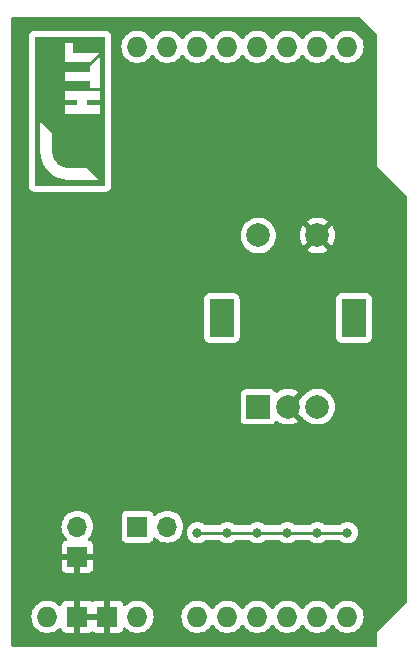
<source format=gbr>
%TF.GenerationSoftware,KiCad,Pcbnew,(7.0.0)*%
%TF.CreationDate,2023-03-08T01:13:19+01:00*%
%TF.ProjectId,simple-io-shield,73696d70-6c65-42d6-996f-2d736869656c,rev0*%
%TF.SameCoordinates,Original*%
%TF.FileFunction,Copper,L2,Bot*%
%TF.FilePolarity,Positive*%
%FSLAX46Y46*%
G04 Gerber Fmt 4.6, Leading zero omitted, Abs format (unit mm)*
G04 Created by KiCad (PCBNEW (7.0.0)) date 2023-03-08 01:13:19*
%MOMM*%
%LPD*%
G01*
G04 APERTURE LIST*
%TA.AperFunction,ComponentPad*%
%ADD10O,1.727200X1.727200*%
%TD*%
%TA.AperFunction,ComponentPad*%
%ADD11R,1.727200X1.727200*%
%TD*%
%TA.AperFunction,ComponentPad*%
%ADD12R,1.700000X1.700000*%
%TD*%
%TA.AperFunction,ComponentPad*%
%ADD13O,1.700000X1.700000*%
%TD*%
%TA.AperFunction,ComponentPad*%
%ADD14R,2.000000X2.000000*%
%TD*%
%TA.AperFunction,ComponentPad*%
%ADD15C,2.000000*%
%TD*%
%TA.AperFunction,ComponentPad*%
%ADD16R,2.000000X3.200000*%
%TD*%
%TA.AperFunction,ViaPad*%
%ADD17C,0.800000*%
%TD*%
%TA.AperFunction,Conductor*%
%ADD18C,0.250000*%
%TD*%
G04 APERTURE END LIST*
%TO.C,REF\u002A\u002A*%
G36*
X161466925Y-93045975D02*
G01*
X161466925Y-90143830D01*
X161967153Y-90143830D01*
X161970270Y-90267437D01*
X161979522Y-90389411D01*
X161994757Y-90509603D01*
X162015827Y-90627861D01*
X162042581Y-90744037D01*
X162074871Y-90857980D01*
X162112544Y-90969541D01*
X162155453Y-91078569D01*
X162203446Y-91184915D01*
X162256375Y-91288429D01*
X162314089Y-91388961D01*
X162376437Y-91486360D01*
X162443272Y-91580478D01*
X162514441Y-91671163D01*
X162589796Y-91758267D01*
X162669187Y-91841639D01*
X162752464Y-91921129D01*
X162839476Y-91996588D01*
X162930075Y-92067865D01*
X163024109Y-92134811D01*
X163121430Y-92197276D01*
X163221887Y-92255109D01*
X163325330Y-92308162D01*
X163431610Y-92356283D01*
X163540576Y-92399323D01*
X163652079Y-92437133D01*
X163765969Y-92469561D01*
X163882095Y-92496459D01*
X164000309Y-92517677D01*
X164120460Y-92533064D01*
X164242398Y-92542470D01*
X164365973Y-92545746D01*
X166961680Y-92545746D01*
X165949340Y-91537537D01*
X164369075Y-91537537D01*
X164297416Y-91535728D01*
X164226704Y-91530358D01*
X164157024Y-91521515D01*
X164088465Y-91509286D01*
X164021113Y-91493758D01*
X164009406Y-91490437D01*
X163955055Y-91475018D01*
X163890378Y-91453154D01*
X163827171Y-91428252D01*
X163765519Y-91400399D01*
X163705510Y-91369684D01*
X163647232Y-91336192D01*
X163590771Y-91300011D01*
X163536214Y-91261228D01*
X163483649Y-91219930D01*
X163433163Y-91176205D01*
X163384843Y-91130140D01*
X163338777Y-91081821D01*
X163295050Y-91031336D01*
X163253751Y-90978772D01*
X163214967Y-90924216D01*
X163178785Y-90867755D01*
X163145291Y-90809477D01*
X163114574Y-90749469D01*
X163086720Y-90687817D01*
X163061816Y-90624608D01*
X163039951Y-90559931D01*
X163021210Y-90493872D01*
X163005681Y-90426518D01*
X162993451Y-90357956D01*
X162984608Y-90288274D01*
X162979238Y-90217559D01*
X162977428Y-90145897D01*
X162977428Y-88567696D01*
X161967153Y-87551217D01*
X161967153Y-90143830D01*
X161466925Y-90143830D01*
X161466925Y-86994149D01*
X164009406Y-86994149D01*
X166966849Y-86994149D01*
X166966849Y-86228822D01*
X165887845Y-86228822D01*
X165887845Y-85801972D01*
X166966849Y-85801972D01*
X166966849Y-85039743D01*
X166171031Y-85039743D01*
X164009406Y-85039743D01*
X164009406Y-85801972D01*
X165056370Y-85801972D01*
X165056370Y-86228822D01*
X164009406Y-86228822D01*
X164009406Y-86994149D01*
X161466925Y-86994149D01*
X161466925Y-83412454D01*
X164009406Y-83412454D01*
X164009406Y-84174684D01*
X166171031Y-84174684D01*
X166171031Y-84791185D01*
X166966849Y-84791185D01*
X166966849Y-82106591D01*
X166171031Y-82914811D01*
X166171031Y-83412454D01*
X164009406Y-83412454D01*
X161466925Y-83412454D01*
X161466925Y-80939737D01*
X164009406Y-80939737D01*
X164009406Y-82579950D01*
X166153462Y-82579950D01*
X166915688Y-81817720D01*
X164732876Y-81817720D01*
X164732876Y-80939737D01*
X164009406Y-80939737D01*
X161466925Y-80939737D01*
X161466925Y-80440027D01*
X167467076Y-80440027D01*
X167467076Y-93045975D01*
X166961680Y-93045975D01*
X161466925Y-93045975D01*
G37*
%TD*%
D10*
%TO.P,XA1,VIN,VIN*%
%TO.N,unconnected-(XA1-PadVIN)*%
X170179999Y-129539999D03*
D11*
%TO.P,XA1,GND3,GND*%
%TO.N,GND*%
X167639999Y-129539999D03*
%TO.P,XA1,GND2,GND*%
X165099999Y-129539999D03*
D10*
%TO.P,XA1,D7,D7*%
%TO.N,7{slash}PD7*%
X170179999Y-81279999D03*
%TO.P,XA1,D6,D6*%
%TO.N,6{slash}PD6*%
X172719999Y-81279999D03*
%TO.P,XA1,D5,D5*%
%TO.N,5{slash}PD5*%
X175259999Y-81279999D03*
%TO.P,XA1,D4,D4*%
%TO.N,4{slash}PD4*%
X177799999Y-81279999D03*
%TO.P,XA1,D3,D3_INT1*%
%TO.N,3{slash}PD3*%
X180339999Y-81279999D03*
%TO.P,XA1,D2,D2_INT0*%
%TO.N,2{slash}PD2*%
X182879999Y-81279999D03*
%TO.P,XA1,D1,D1_TX0*%
%TO.N,unconnected-(XA1-D1_TX0-PadD1)*%
X185419999Y-81279999D03*
%TO.P,XA1,D0,D0_RX0*%
%TO.N,unconnected-(XA1-D0_RX0-PadD0)*%
X187959999Y-81279999D03*
%TO.P,XA1,A5,A5*%
%TO.N,A5{slash}PC5*%
X187959999Y-129539999D03*
%TO.P,XA1,A4,A4*%
%TO.N,A4{slash}PC4*%
X185419999Y-129539999D03*
%TO.P,XA1,A3,A3*%
%TO.N,A3{slash}PC3*%
X182879999Y-129539999D03*
%TO.P,XA1,A2,A2*%
%TO.N,A2{slash}PC2*%
X180339999Y-129539999D03*
%TO.P,XA1,A1,A1*%
%TO.N,A1{slash}PC1*%
X177799999Y-129539999D03*
%TO.P,XA1,A0,A0*%
%TO.N,A0{slash}PC0*%
X175259999Y-129539999D03*
%TO.P,XA1,5V1,5V*%
%TO.N,+5V*%
X162559999Y-129539999D03*
%TD*%
D12*
%TO.P,J2,1,Pin_1*%
%TO.N,GND*%
X165099999Y-124459999D03*
D13*
%TO.P,J2,2,Pin_2*%
%TO.N,A0{slash}PC0*%
X165099999Y-121919999D03*
%TD*%
D14*
%TO.P,SW3,A,A*%
%TO.N,A3{slash}PC3*%
X180419999Y-111759999D03*
D15*
%TO.P,SW3,B,B*%
%TO.N,A4{slash}PC4*%
X185420000Y-111760000D03*
%TO.P,SW3,C,C*%
%TO.N,GND*%
X182920000Y-111760000D03*
D16*
%TO.P,SW3,MP*%
%TO.N,N/C*%
X177319999Y-104259999D03*
X188519999Y-104259999D03*
D15*
%TO.P,SW3,S1,S1*%
%TO.N,GND*%
X185420000Y-97260000D03*
%TO.P,SW3,S2,S2*%
%TO.N,A5{slash}PC5*%
X180420000Y-97260000D03*
%TD*%
D12*
%TO.P,J1,1,Pin_1*%
%TO.N,A0{slash}PC0*%
X170179999Y-121919999D03*
D13*
%TO.P,J1,2,Pin_2*%
%TO.N,Net-(J1-Pin_2)*%
X172719999Y-121919999D03*
%TD*%
D17*
%TO.N,GND*%
X187960000Y-120904000D03*
X180340000Y-120904000D03*
X180340000Y-94005500D03*
X186690000Y-126492000D03*
X176530000Y-126492000D03*
X167640000Y-117094000D03*
X172720000Y-129540000D03*
X167640000Y-109728000D03*
X172720000Y-94005500D03*
X177800000Y-94005500D03*
X189230000Y-126492000D03*
X167640000Y-102108000D03*
X175260000Y-94005500D03*
X182880000Y-120904000D03*
X179070000Y-126492000D03*
X177800000Y-120904000D03*
X184150000Y-126492000D03*
X181610000Y-126492000D03*
X175260000Y-120904000D03*
X185420000Y-120904000D03*
X167640000Y-94488000D03*
X182880000Y-94005500D03*
%TO.N,+5V*%
X177800000Y-122428000D03*
X187960000Y-122428000D03*
X182880000Y-122428000D03*
X185420000Y-122428000D03*
X175260000Y-122428000D03*
X180340000Y-122428000D03*
%TD*%
D18*
%TO.N,+5V*%
X187960000Y-122428000D02*
X175260000Y-122428000D01*
%TD*%
%TA.AperFunction,Conductor*%
%TO.N,GND*%
G36*
X188971883Y-78749939D02*
G01*
X189012111Y-78776819D01*
X190463181Y-80227888D01*
X190490061Y-80268116D01*
X190499500Y-80315569D01*
X190499500Y-91439899D01*
X190499458Y-91440000D01*
X190499576Y-91440284D01*
X190499617Y-91440383D01*
X190499715Y-91440423D01*
X190508301Y-91449009D01*
X190508302Y-91449010D01*
X193003181Y-93943888D01*
X193030061Y-93984116D01*
X193039500Y-94031569D01*
X193039500Y-128218431D01*
X193030061Y-128265884D01*
X193003181Y-128306112D01*
X190508060Y-130801229D01*
X190508055Y-130801235D01*
X190499715Y-130809576D01*
X190499617Y-130809617D01*
X190499576Y-130809715D01*
X190499576Y-130809716D01*
X190499458Y-130810000D01*
X190499500Y-130810101D01*
X190499500Y-130822051D01*
X190499500Y-131955500D01*
X190482887Y-132017500D01*
X190437500Y-132062887D01*
X190375500Y-132079500D01*
X159636500Y-132079500D01*
X159574500Y-132062887D01*
X159529113Y-132017500D01*
X159512500Y-131955500D01*
X159512500Y-129540000D01*
X161191225Y-129540000D01*
X161191649Y-129545117D01*
X161209468Y-129760174D01*
X161209469Y-129760183D01*
X161209893Y-129765293D01*
X161211150Y-129770260D01*
X161211152Y-129770267D01*
X161264130Y-129979470D01*
X161265389Y-129984441D01*
X161267449Y-129989137D01*
X161354138Y-130186770D01*
X161354141Y-130186775D01*
X161356198Y-130191465D01*
X161366870Y-130207799D01*
X161477042Y-130376431D01*
X161477045Y-130376435D01*
X161479844Y-130380719D01*
X161483309Y-130384483D01*
X161483313Y-130384488D01*
X161629484Y-130543271D01*
X161632954Y-130547040D01*
X161811351Y-130685893D01*
X162010169Y-130793488D01*
X162223986Y-130866891D01*
X162446967Y-130904100D01*
X162667900Y-130904100D01*
X162673033Y-130904100D01*
X162896014Y-130866891D01*
X163109831Y-130793488D01*
X163308649Y-130685893D01*
X163487046Y-130547040D01*
X163541814Y-130487546D01*
X163594437Y-130453693D01*
X163656891Y-130449845D01*
X163713273Y-130476983D01*
X163749225Y-130528197D01*
X163789947Y-130637377D01*
X163798362Y-130652789D01*
X163873898Y-130753692D01*
X163886307Y-130766101D01*
X163987210Y-130841637D01*
X164002622Y-130850052D01*
X164121758Y-130894488D01*
X164136732Y-130898026D01*
X164185285Y-130903246D01*
X164191882Y-130903600D01*
X164833674Y-130903600D01*
X164846549Y-130900149D01*
X164850000Y-130887274D01*
X165350000Y-130887274D01*
X165353450Y-130900149D01*
X165366326Y-130903600D01*
X166008118Y-130903600D01*
X166014714Y-130903246D01*
X166063267Y-130898026D01*
X166078241Y-130894488D01*
X166197377Y-130850052D01*
X166212790Y-130841637D01*
X166295688Y-130779579D01*
X166343641Y-130757679D01*
X166396359Y-130757679D01*
X166444312Y-130779579D01*
X166527209Y-130841637D01*
X166542622Y-130850052D01*
X166661758Y-130894488D01*
X166676732Y-130898026D01*
X166725285Y-130903246D01*
X166731882Y-130903600D01*
X167373674Y-130903600D01*
X167386549Y-130900149D01*
X167390000Y-130887274D01*
X167890000Y-130887274D01*
X167893450Y-130900149D01*
X167906326Y-130903600D01*
X168548118Y-130903600D01*
X168554714Y-130903246D01*
X168603267Y-130898026D01*
X168618241Y-130894488D01*
X168737377Y-130850052D01*
X168752789Y-130841637D01*
X168853692Y-130766101D01*
X168866101Y-130753692D01*
X168941637Y-130652789D01*
X168950053Y-130637375D01*
X168990774Y-130528198D01*
X169026725Y-130476984D01*
X169083107Y-130449845D01*
X169145561Y-130453693D01*
X169198185Y-130487546D01*
X169249484Y-130543271D01*
X169252954Y-130547040D01*
X169431351Y-130685893D01*
X169630169Y-130793488D01*
X169843986Y-130866891D01*
X170066967Y-130904100D01*
X170287900Y-130904100D01*
X170293033Y-130904100D01*
X170516014Y-130866891D01*
X170729831Y-130793488D01*
X170928649Y-130685893D01*
X171107046Y-130547040D01*
X171260156Y-130380719D01*
X171383802Y-130191465D01*
X171474611Y-129984441D01*
X171530107Y-129765293D01*
X171548775Y-129540000D01*
X173891225Y-129540000D01*
X173891649Y-129545117D01*
X173909468Y-129760174D01*
X173909469Y-129760183D01*
X173909893Y-129765293D01*
X173911150Y-129770260D01*
X173911152Y-129770267D01*
X173964130Y-129979470D01*
X173965389Y-129984441D01*
X173967449Y-129989137D01*
X174054138Y-130186770D01*
X174054141Y-130186775D01*
X174056198Y-130191465D01*
X174066870Y-130207799D01*
X174177042Y-130376431D01*
X174177045Y-130376435D01*
X174179844Y-130380719D01*
X174183309Y-130384483D01*
X174183313Y-130384488D01*
X174329484Y-130543271D01*
X174332954Y-130547040D01*
X174511351Y-130685893D01*
X174710169Y-130793488D01*
X174923986Y-130866891D01*
X175146967Y-130904100D01*
X175367900Y-130904100D01*
X175373033Y-130904100D01*
X175596014Y-130866891D01*
X175809831Y-130793488D01*
X176008649Y-130685893D01*
X176187046Y-130547040D01*
X176340156Y-130380719D01*
X176426190Y-130249033D01*
X176470982Y-130207799D01*
X176530000Y-130192854D01*
X176589018Y-130207799D01*
X176633809Y-130249033D01*
X176717038Y-130376426D01*
X176717045Y-130376435D01*
X176719844Y-130380719D01*
X176723309Y-130384483D01*
X176723313Y-130384488D01*
X176869484Y-130543271D01*
X176872954Y-130547040D01*
X177051351Y-130685893D01*
X177250169Y-130793488D01*
X177463986Y-130866891D01*
X177686967Y-130904100D01*
X177907900Y-130904100D01*
X177913033Y-130904100D01*
X178136014Y-130866891D01*
X178349831Y-130793488D01*
X178548649Y-130685893D01*
X178727046Y-130547040D01*
X178880156Y-130380719D01*
X178966190Y-130249033D01*
X179010982Y-130207799D01*
X179070000Y-130192854D01*
X179129018Y-130207799D01*
X179173809Y-130249033D01*
X179257038Y-130376426D01*
X179257045Y-130376435D01*
X179259844Y-130380719D01*
X179263309Y-130384483D01*
X179263313Y-130384488D01*
X179409484Y-130543271D01*
X179412954Y-130547040D01*
X179591351Y-130685893D01*
X179790169Y-130793488D01*
X180003986Y-130866891D01*
X180226967Y-130904100D01*
X180447900Y-130904100D01*
X180453033Y-130904100D01*
X180676014Y-130866891D01*
X180889831Y-130793488D01*
X181088649Y-130685893D01*
X181267046Y-130547040D01*
X181420156Y-130380719D01*
X181506190Y-130249033D01*
X181550982Y-130207799D01*
X181610000Y-130192854D01*
X181669018Y-130207799D01*
X181713809Y-130249033D01*
X181797038Y-130376426D01*
X181797045Y-130376435D01*
X181799844Y-130380719D01*
X181803309Y-130384483D01*
X181803313Y-130384488D01*
X181949484Y-130543271D01*
X181952954Y-130547040D01*
X182131351Y-130685893D01*
X182330169Y-130793488D01*
X182543986Y-130866891D01*
X182766967Y-130904100D01*
X182987900Y-130904100D01*
X182993033Y-130904100D01*
X183216014Y-130866891D01*
X183429831Y-130793488D01*
X183628649Y-130685893D01*
X183807046Y-130547040D01*
X183960156Y-130380719D01*
X184046190Y-130249033D01*
X184090982Y-130207799D01*
X184150000Y-130192854D01*
X184209018Y-130207799D01*
X184253809Y-130249033D01*
X184337038Y-130376426D01*
X184337045Y-130376435D01*
X184339844Y-130380719D01*
X184343309Y-130384483D01*
X184343313Y-130384488D01*
X184489484Y-130543271D01*
X184492954Y-130547040D01*
X184671351Y-130685893D01*
X184870169Y-130793488D01*
X185083986Y-130866891D01*
X185306967Y-130904100D01*
X185527900Y-130904100D01*
X185533033Y-130904100D01*
X185756014Y-130866891D01*
X185969831Y-130793488D01*
X186168649Y-130685893D01*
X186347046Y-130547040D01*
X186500156Y-130380719D01*
X186586190Y-130249033D01*
X186630982Y-130207799D01*
X186690000Y-130192854D01*
X186749018Y-130207799D01*
X186793809Y-130249033D01*
X186877038Y-130376426D01*
X186877045Y-130376435D01*
X186879844Y-130380719D01*
X186883309Y-130384483D01*
X186883313Y-130384488D01*
X187029484Y-130543271D01*
X187032954Y-130547040D01*
X187211351Y-130685893D01*
X187410169Y-130793488D01*
X187623986Y-130866891D01*
X187846967Y-130904100D01*
X188067900Y-130904100D01*
X188073033Y-130904100D01*
X188296014Y-130866891D01*
X188509831Y-130793488D01*
X188708649Y-130685893D01*
X188887046Y-130547040D01*
X189040156Y-130380719D01*
X189163802Y-130191465D01*
X189254611Y-129984441D01*
X189310107Y-129765293D01*
X189328775Y-129540000D01*
X189310107Y-129314707D01*
X189254611Y-129095559D01*
X189163802Y-128888535D01*
X189040156Y-128699281D01*
X189036688Y-128695514D01*
X189036686Y-128695511D01*
X188890514Y-128536727D01*
X188890512Y-128536725D01*
X188887046Y-128532960D01*
X188770978Y-128442620D01*
X188712694Y-128397255D01*
X188712691Y-128397253D01*
X188708649Y-128394107D01*
X188583366Y-128326307D01*
X188514335Y-128288949D01*
X188514330Y-128288947D01*
X188509831Y-128286512D01*
X188504990Y-128284850D01*
X188504983Y-128284847D01*
X188300867Y-128214775D01*
X188300866Y-128214774D01*
X188296014Y-128213109D01*
X188290964Y-128212266D01*
X188290955Y-128212264D01*
X188078095Y-128176744D01*
X188078086Y-128176743D01*
X188073033Y-128175900D01*
X187846967Y-128175900D01*
X187841914Y-128176743D01*
X187841904Y-128176744D01*
X187629044Y-128212264D01*
X187629032Y-128212266D01*
X187623986Y-128213109D01*
X187619136Y-128214773D01*
X187619132Y-128214775D01*
X187415016Y-128284847D01*
X187415005Y-128284851D01*
X187410169Y-128286512D01*
X187405673Y-128288944D01*
X187405664Y-128288949D01*
X187215857Y-128391668D01*
X187215852Y-128391670D01*
X187211351Y-128394107D01*
X187207314Y-128397248D01*
X187207305Y-128397255D01*
X187036995Y-128529814D01*
X187036989Y-128529818D01*
X187032954Y-128532960D01*
X187029492Y-128536719D01*
X187029485Y-128536727D01*
X186883313Y-128695511D01*
X186883304Y-128695521D01*
X186879844Y-128699281D01*
X186877049Y-128703558D01*
X186877042Y-128703568D01*
X186793809Y-128830967D01*
X186749017Y-128872200D01*
X186690000Y-128887145D01*
X186630983Y-128872200D01*
X186586191Y-128830967D01*
X186502957Y-128703568D01*
X186502956Y-128703566D01*
X186500156Y-128699281D01*
X186496688Y-128695514D01*
X186496686Y-128695511D01*
X186350514Y-128536727D01*
X186350512Y-128536725D01*
X186347046Y-128532960D01*
X186230978Y-128442620D01*
X186172694Y-128397255D01*
X186172691Y-128397253D01*
X186168649Y-128394107D01*
X186043366Y-128326307D01*
X185974335Y-128288949D01*
X185974330Y-128288947D01*
X185969831Y-128286512D01*
X185964990Y-128284850D01*
X185964983Y-128284847D01*
X185760867Y-128214775D01*
X185760866Y-128214774D01*
X185756014Y-128213109D01*
X185750964Y-128212266D01*
X185750955Y-128212264D01*
X185538095Y-128176744D01*
X185538086Y-128176743D01*
X185533033Y-128175900D01*
X185306967Y-128175900D01*
X185301914Y-128176743D01*
X185301904Y-128176744D01*
X185089044Y-128212264D01*
X185089032Y-128212266D01*
X185083986Y-128213109D01*
X185079136Y-128214773D01*
X185079132Y-128214775D01*
X184875016Y-128284847D01*
X184875005Y-128284851D01*
X184870169Y-128286512D01*
X184865673Y-128288944D01*
X184865664Y-128288949D01*
X184675857Y-128391668D01*
X184675852Y-128391670D01*
X184671351Y-128394107D01*
X184667314Y-128397248D01*
X184667305Y-128397255D01*
X184496995Y-128529814D01*
X184496989Y-128529818D01*
X184492954Y-128532960D01*
X184489492Y-128536719D01*
X184489485Y-128536727D01*
X184343313Y-128695511D01*
X184343304Y-128695521D01*
X184339844Y-128699281D01*
X184337049Y-128703558D01*
X184337042Y-128703568D01*
X184253809Y-128830967D01*
X184209017Y-128872200D01*
X184150000Y-128887145D01*
X184090983Y-128872200D01*
X184046191Y-128830967D01*
X183962957Y-128703568D01*
X183962956Y-128703566D01*
X183960156Y-128699281D01*
X183956688Y-128695514D01*
X183956686Y-128695511D01*
X183810514Y-128536727D01*
X183810512Y-128536725D01*
X183807046Y-128532960D01*
X183690978Y-128442620D01*
X183632694Y-128397255D01*
X183632691Y-128397253D01*
X183628649Y-128394107D01*
X183503366Y-128326307D01*
X183434335Y-128288949D01*
X183434330Y-128288947D01*
X183429831Y-128286512D01*
X183424990Y-128284850D01*
X183424983Y-128284847D01*
X183220867Y-128214775D01*
X183220866Y-128214774D01*
X183216014Y-128213109D01*
X183210964Y-128212266D01*
X183210955Y-128212264D01*
X182998095Y-128176744D01*
X182998086Y-128176743D01*
X182993033Y-128175900D01*
X182766967Y-128175900D01*
X182761914Y-128176743D01*
X182761904Y-128176744D01*
X182549044Y-128212264D01*
X182549032Y-128212266D01*
X182543986Y-128213109D01*
X182539136Y-128214773D01*
X182539132Y-128214775D01*
X182335016Y-128284847D01*
X182335005Y-128284851D01*
X182330169Y-128286512D01*
X182325673Y-128288944D01*
X182325664Y-128288949D01*
X182135857Y-128391668D01*
X182135852Y-128391670D01*
X182131351Y-128394107D01*
X182127314Y-128397248D01*
X182127305Y-128397255D01*
X181956995Y-128529814D01*
X181956989Y-128529818D01*
X181952954Y-128532960D01*
X181949492Y-128536719D01*
X181949485Y-128536727D01*
X181803313Y-128695511D01*
X181803304Y-128695521D01*
X181799844Y-128699281D01*
X181797049Y-128703558D01*
X181797042Y-128703568D01*
X181713809Y-128830967D01*
X181669017Y-128872200D01*
X181610000Y-128887145D01*
X181550983Y-128872200D01*
X181506191Y-128830967D01*
X181422957Y-128703568D01*
X181422956Y-128703566D01*
X181420156Y-128699281D01*
X181416688Y-128695514D01*
X181416686Y-128695511D01*
X181270514Y-128536727D01*
X181270512Y-128536725D01*
X181267046Y-128532960D01*
X181150978Y-128442620D01*
X181092694Y-128397255D01*
X181092691Y-128397253D01*
X181088649Y-128394107D01*
X180963366Y-128326307D01*
X180894335Y-128288949D01*
X180894330Y-128288947D01*
X180889831Y-128286512D01*
X180884990Y-128284850D01*
X180884983Y-128284847D01*
X180680867Y-128214775D01*
X180680866Y-128214774D01*
X180676014Y-128213109D01*
X180670964Y-128212266D01*
X180670955Y-128212264D01*
X180458095Y-128176744D01*
X180458086Y-128176743D01*
X180453033Y-128175900D01*
X180226967Y-128175900D01*
X180221914Y-128176743D01*
X180221904Y-128176744D01*
X180009044Y-128212264D01*
X180009032Y-128212266D01*
X180003986Y-128213109D01*
X179999136Y-128214773D01*
X179999132Y-128214775D01*
X179795016Y-128284847D01*
X179795005Y-128284851D01*
X179790169Y-128286512D01*
X179785673Y-128288944D01*
X179785664Y-128288949D01*
X179595857Y-128391668D01*
X179595852Y-128391670D01*
X179591351Y-128394107D01*
X179587314Y-128397248D01*
X179587305Y-128397255D01*
X179416995Y-128529814D01*
X179416989Y-128529818D01*
X179412954Y-128532960D01*
X179409492Y-128536719D01*
X179409485Y-128536727D01*
X179263313Y-128695511D01*
X179263304Y-128695521D01*
X179259844Y-128699281D01*
X179257049Y-128703558D01*
X179257042Y-128703568D01*
X179173809Y-128830967D01*
X179129017Y-128872200D01*
X179070000Y-128887145D01*
X179010983Y-128872200D01*
X178966191Y-128830967D01*
X178882957Y-128703568D01*
X178882956Y-128703566D01*
X178880156Y-128699281D01*
X178876688Y-128695514D01*
X178876686Y-128695511D01*
X178730514Y-128536727D01*
X178730512Y-128536725D01*
X178727046Y-128532960D01*
X178610978Y-128442620D01*
X178552694Y-128397255D01*
X178552691Y-128397253D01*
X178548649Y-128394107D01*
X178423366Y-128326307D01*
X178354335Y-128288949D01*
X178354330Y-128288947D01*
X178349831Y-128286512D01*
X178344990Y-128284850D01*
X178344983Y-128284847D01*
X178140867Y-128214775D01*
X178140866Y-128214774D01*
X178136014Y-128213109D01*
X178130964Y-128212266D01*
X178130955Y-128212264D01*
X177918095Y-128176744D01*
X177918086Y-128176743D01*
X177913033Y-128175900D01*
X177686967Y-128175900D01*
X177681914Y-128176743D01*
X177681904Y-128176744D01*
X177469044Y-128212264D01*
X177469032Y-128212266D01*
X177463986Y-128213109D01*
X177459136Y-128214773D01*
X177459132Y-128214775D01*
X177255016Y-128284847D01*
X177255005Y-128284851D01*
X177250169Y-128286512D01*
X177245673Y-128288944D01*
X177245664Y-128288949D01*
X177055857Y-128391668D01*
X177055852Y-128391670D01*
X177051351Y-128394107D01*
X177047314Y-128397248D01*
X177047305Y-128397255D01*
X176876995Y-128529814D01*
X176876989Y-128529818D01*
X176872954Y-128532960D01*
X176869492Y-128536719D01*
X176869485Y-128536727D01*
X176723313Y-128695511D01*
X176723304Y-128695521D01*
X176719844Y-128699281D01*
X176717049Y-128703558D01*
X176717042Y-128703568D01*
X176633809Y-128830967D01*
X176589017Y-128872200D01*
X176530000Y-128887145D01*
X176470983Y-128872200D01*
X176426191Y-128830967D01*
X176342957Y-128703568D01*
X176342956Y-128703566D01*
X176340156Y-128699281D01*
X176336688Y-128695514D01*
X176336686Y-128695511D01*
X176190514Y-128536727D01*
X176190512Y-128536725D01*
X176187046Y-128532960D01*
X176070978Y-128442620D01*
X176012694Y-128397255D01*
X176012691Y-128397253D01*
X176008649Y-128394107D01*
X175883366Y-128326307D01*
X175814335Y-128288949D01*
X175814330Y-128288947D01*
X175809831Y-128286512D01*
X175804990Y-128284850D01*
X175804983Y-128284847D01*
X175600867Y-128214775D01*
X175600866Y-128214774D01*
X175596014Y-128213109D01*
X175590964Y-128212266D01*
X175590955Y-128212264D01*
X175378095Y-128176744D01*
X175378086Y-128176743D01*
X175373033Y-128175900D01*
X175146967Y-128175900D01*
X175141914Y-128176743D01*
X175141904Y-128176744D01*
X174929044Y-128212264D01*
X174929032Y-128212266D01*
X174923986Y-128213109D01*
X174919136Y-128214773D01*
X174919132Y-128214775D01*
X174715016Y-128284847D01*
X174715005Y-128284851D01*
X174710169Y-128286512D01*
X174705673Y-128288944D01*
X174705664Y-128288949D01*
X174515857Y-128391668D01*
X174515852Y-128391670D01*
X174511351Y-128394107D01*
X174507314Y-128397248D01*
X174507305Y-128397255D01*
X174336995Y-128529814D01*
X174336989Y-128529818D01*
X174332954Y-128532960D01*
X174329492Y-128536719D01*
X174329485Y-128536727D01*
X174183313Y-128695511D01*
X174183304Y-128695521D01*
X174179844Y-128699281D01*
X174177049Y-128703558D01*
X174177042Y-128703568D01*
X174093809Y-128830967D01*
X174056198Y-128888535D01*
X174054143Y-128893219D01*
X174054138Y-128893229D01*
X173990000Y-129039451D01*
X173965389Y-129095559D01*
X173964131Y-129100524D01*
X173964130Y-129100529D01*
X173911152Y-129309732D01*
X173911150Y-129309741D01*
X173909893Y-129314707D01*
X173909469Y-129319814D01*
X173909468Y-129319825D01*
X173891655Y-129534803D01*
X173891225Y-129540000D01*
X171548775Y-129540000D01*
X171530107Y-129314707D01*
X171474611Y-129095559D01*
X171383802Y-128888535D01*
X171260156Y-128699281D01*
X171256688Y-128695514D01*
X171256686Y-128695511D01*
X171110514Y-128536727D01*
X171110512Y-128536725D01*
X171107046Y-128532960D01*
X170990978Y-128442620D01*
X170932694Y-128397255D01*
X170932691Y-128397253D01*
X170928649Y-128394107D01*
X170803366Y-128326307D01*
X170734335Y-128288949D01*
X170734330Y-128288947D01*
X170729831Y-128286512D01*
X170724990Y-128284850D01*
X170724983Y-128284847D01*
X170520867Y-128214775D01*
X170520866Y-128214774D01*
X170516014Y-128213109D01*
X170510964Y-128212266D01*
X170510955Y-128212264D01*
X170298095Y-128176744D01*
X170298086Y-128176743D01*
X170293033Y-128175900D01*
X170066967Y-128175900D01*
X170061914Y-128176743D01*
X170061904Y-128176744D01*
X169849044Y-128212264D01*
X169849032Y-128212266D01*
X169843986Y-128213109D01*
X169839136Y-128214773D01*
X169839132Y-128214775D01*
X169635016Y-128284847D01*
X169635005Y-128284851D01*
X169630169Y-128286512D01*
X169625673Y-128288944D01*
X169625664Y-128288949D01*
X169435857Y-128391668D01*
X169435852Y-128391670D01*
X169431351Y-128394107D01*
X169427314Y-128397248D01*
X169427305Y-128397255D01*
X169256995Y-128529814D01*
X169256989Y-128529818D01*
X169252954Y-128532960D01*
X169249495Y-128536717D01*
X169249477Y-128536734D01*
X169198184Y-128592453D01*
X169145560Y-128626307D01*
X169083106Y-128630154D01*
X169026725Y-128603015D01*
X168990774Y-128551802D01*
X168950052Y-128442622D01*
X168941637Y-128427210D01*
X168866101Y-128326307D01*
X168853692Y-128313898D01*
X168752789Y-128238362D01*
X168737377Y-128229947D01*
X168618241Y-128185511D01*
X168603267Y-128181973D01*
X168554714Y-128176753D01*
X168548118Y-128176400D01*
X167906326Y-128176400D01*
X167893450Y-128179850D01*
X167890000Y-128192726D01*
X167890000Y-130887274D01*
X167390000Y-130887274D01*
X167390000Y-129806326D01*
X167386549Y-129793450D01*
X167373674Y-129790000D01*
X165366326Y-129790000D01*
X165353450Y-129793450D01*
X165350000Y-129806326D01*
X165350000Y-130887274D01*
X164850000Y-130887274D01*
X164850000Y-129273674D01*
X165350000Y-129273674D01*
X165353450Y-129286549D01*
X165366326Y-129290000D01*
X167373674Y-129290000D01*
X167386549Y-129286549D01*
X167390000Y-129273674D01*
X167390000Y-128192726D01*
X167386549Y-128179850D01*
X167373674Y-128176400D01*
X166731882Y-128176400D01*
X166725285Y-128176753D01*
X166676732Y-128181973D01*
X166661758Y-128185511D01*
X166542622Y-128229947D01*
X166527210Y-128238362D01*
X166444311Y-128300421D01*
X166396358Y-128322320D01*
X166343642Y-128322320D01*
X166295689Y-128300421D01*
X166212789Y-128238362D01*
X166197377Y-128229947D01*
X166078241Y-128185511D01*
X166063267Y-128181973D01*
X166014714Y-128176753D01*
X166008118Y-128176400D01*
X165366326Y-128176400D01*
X165353450Y-128179850D01*
X165350000Y-128192726D01*
X165350000Y-129273674D01*
X164850000Y-129273674D01*
X164850000Y-128192726D01*
X164846549Y-128179850D01*
X164833674Y-128176400D01*
X164191882Y-128176400D01*
X164185285Y-128176753D01*
X164136732Y-128181973D01*
X164121758Y-128185511D01*
X164002622Y-128229947D01*
X163987210Y-128238362D01*
X163886307Y-128313898D01*
X163873898Y-128326307D01*
X163798362Y-128427210D01*
X163789948Y-128442620D01*
X163749225Y-128551803D01*
X163713273Y-128603016D01*
X163656892Y-128630154D01*
X163594438Y-128626306D01*
X163541814Y-128592453D01*
X163490515Y-128536728D01*
X163490513Y-128536726D01*
X163487046Y-128532960D01*
X163370978Y-128442620D01*
X163312694Y-128397255D01*
X163312691Y-128397253D01*
X163308649Y-128394107D01*
X163183366Y-128326307D01*
X163114335Y-128288949D01*
X163114330Y-128288947D01*
X163109831Y-128286512D01*
X163104990Y-128284850D01*
X163104983Y-128284847D01*
X162900867Y-128214775D01*
X162900866Y-128214774D01*
X162896014Y-128213109D01*
X162890964Y-128212266D01*
X162890955Y-128212264D01*
X162678095Y-128176744D01*
X162678086Y-128176743D01*
X162673033Y-128175900D01*
X162446967Y-128175900D01*
X162441914Y-128176743D01*
X162441904Y-128176744D01*
X162229044Y-128212264D01*
X162229032Y-128212266D01*
X162223986Y-128213109D01*
X162219136Y-128214773D01*
X162219132Y-128214775D01*
X162015016Y-128284847D01*
X162015005Y-128284851D01*
X162010169Y-128286512D01*
X162005673Y-128288944D01*
X162005664Y-128288949D01*
X161815857Y-128391668D01*
X161815852Y-128391670D01*
X161811351Y-128394107D01*
X161807314Y-128397248D01*
X161807305Y-128397255D01*
X161636995Y-128529814D01*
X161636989Y-128529818D01*
X161632954Y-128532960D01*
X161629492Y-128536719D01*
X161629485Y-128536727D01*
X161483313Y-128695511D01*
X161483304Y-128695521D01*
X161479844Y-128699281D01*
X161477049Y-128703558D01*
X161477042Y-128703568D01*
X161393809Y-128830967D01*
X161356198Y-128888535D01*
X161354143Y-128893219D01*
X161354138Y-128893229D01*
X161290000Y-129039451D01*
X161265389Y-129095559D01*
X161264131Y-129100524D01*
X161264130Y-129100529D01*
X161211152Y-129309732D01*
X161211150Y-129309741D01*
X161209893Y-129314707D01*
X161209469Y-129319814D01*
X161209468Y-129319825D01*
X161191655Y-129534803D01*
X161191225Y-129540000D01*
X159512500Y-129540000D01*
X159512500Y-125354518D01*
X163750000Y-125354518D01*
X163750353Y-125361114D01*
X163755573Y-125409667D01*
X163759111Y-125424641D01*
X163803547Y-125543777D01*
X163811962Y-125559189D01*
X163887498Y-125660092D01*
X163899907Y-125672501D01*
X164000810Y-125748037D01*
X164016222Y-125756452D01*
X164135358Y-125800888D01*
X164150332Y-125804426D01*
X164198885Y-125809646D01*
X164205482Y-125810000D01*
X164833674Y-125810000D01*
X164846549Y-125806549D01*
X164850000Y-125793674D01*
X165350000Y-125793674D01*
X165353450Y-125806549D01*
X165366326Y-125810000D01*
X165994518Y-125810000D01*
X166001114Y-125809646D01*
X166049667Y-125804426D01*
X166064641Y-125800888D01*
X166183777Y-125756452D01*
X166199189Y-125748037D01*
X166300092Y-125672501D01*
X166312501Y-125660092D01*
X166388037Y-125559189D01*
X166396452Y-125543777D01*
X166440888Y-125424641D01*
X166444426Y-125409667D01*
X166449646Y-125361114D01*
X166450000Y-125354518D01*
X166450000Y-124726326D01*
X166446549Y-124713450D01*
X166433674Y-124710000D01*
X165366326Y-124710000D01*
X165353450Y-124713450D01*
X165350000Y-124726326D01*
X165350000Y-125793674D01*
X164850000Y-125793674D01*
X164850000Y-124726326D01*
X164846549Y-124713450D01*
X164833674Y-124710000D01*
X163766326Y-124710000D01*
X163753450Y-124713450D01*
X163750000Y-124726326D01*
X163750000Y-125354518D01*
X159512500Y-125354518D01*
X159512500Y-121920000D01*
X163744341Y-121920000D01*
X163744813Y-121925395D01*
X163756072Y-122054089D01*
X163764937Y-122155408D01*
X163766336Y-122160630D01*
X163766337Y-122160634D01*
X163824694Y-122378430D01*
X163824697Y-122378438D01*
X163826097Y-122383663D01*
X163828385Y-122388570D01*
X163828386Y-122388572D01*
X163923678Y-122592927D01*
X163923681Y-122592933D01*
X163925965Y-122597830D01*
X163929064Y-122602257D01*
X163929066Y-122602259D01*
X164058399Y-122786966D01*
X164058402Y-122786970D01*
X164061505Y-122791401D01*
X164065336Y-122795232D01*
X164183818Y-122913714D01*
X164215114Y-122966460D01*
X164217303Y-123027753D01*
X164189850Y-123082597D01*
X164139471Y-123117576D01*
X164016226Y-123163544D01*
X164000810Y-123171962D01*
X163899907Y-123247498D01*
X163887498Y-123259907D01*
X163811962Y-123360810D01*
X163803547Y-123376222D01*
X163759111Y-123495358D01*
X163755573Y-123510332D01*
X163750353Y-123558885D01*
X163750000Y-123565482D01*
X163750000Y-124193674D01*
X163753450Y-124206549D01*
X163766326Y-124210000D01*
X166433674Y-124210000D01*
X166446549Y-124206549D01*
X166450000Y-124193674D01*
X166450000Y-123565482D01*
X166449646Y-123558885D01*
X166444426Y-123510332D01*
X166440888Y-123495358D01*
X166396452Y-123376222D01*
X166388037Y-123360810D01*
X166312501Y-123259907D01*
X166300092Y-123247498D01*
X166199189Y-123171962D01*
X166183779Y-123163548D01*
X166060528Y-123117577D01*
X166010149Y-123082597D01*
X165982696Y-123027753D01*
X165984885Y-122966460D01*
X166016178Y-122913717D01*
X166115318Y-122814578D01*
X168829500Y-122814578D01*
X168829501Y-122817872D01*
X168829853Y-122821150D01*
X168829854Y-122821161D01*
X168835079Y-122869768D01*
X168835080Y-122869773D01*
X168835909Y-122877483D01*
X168838619Y-122884749D01*
X168838620Y-122884753D01*
X168849422Y-122913713D01*
X168886204Y-123012331D01*
X168891518Y-123019430D01*
X168891519Y-123019431D01*
X168947367Y-123094035D01*
X168972454Y-123127546D01*
X169087669Y-123213796D01*
X169222517Y-123264091D01*
X169282127Y-123270500D01*
X171077872Y-123270499D01*
X171137483Y-123264091D01*
X171272331Y-123213796D01*
X171387546Y-123127546D01*
X171473796Y-123012331D01*
X171522810Y-122880916D01*
X171557789Y-122830537D01*
X171612634Y-122803084D01*
X171673927Y-122805273D01*
X171726673Y-122836569D01*
X171848599Y-122958495D01*
X171853031Y-122961598D01*
X171853033Y-122961600D01*
X171984280Y-123053500D01*
X172042170Y-123094035D01*
X172256337Y-123193903D01*
X172484592Y-123255063D01*
X172720000Y-123275659D01*
X172955408Y-123255063D01*
X173183663Y-123193903D01*
X173397830Y-123094035D01*
X173591401Y-122958495D01*
X173758495Y-122791401D01*
X173894035Y-122597830D01*
X173973228Y-122428000D01*
X174354540Y-122428000D01*
X174355219Y-122434460D01*
X174373646Y-122609795D01*
X174373647Y-122609803D01*
X174374326Y-122616256D01*
X174376331Y-122622428D01*
X174376333Y-122622435D01*
X174429793Y-122786966D01*
X174432821Y-122796284D01*
X174436068Y-122801908D01*
X174436069Y-122801910D01*
X174500618Y-122913713D01*
X174527467Y-122960216D01*
X174531811Y-122965041D01*
X174531813Y-122965043D01*
X174648399Y-123094524D01*
X174654129Y-123100888D01*
X174659387Y-123104708D01*
X174659388Y-123104709D01*
X174690821Y-123127546D01*
X174807270Y-123212151D01*
X174980197Y-123289144D01*
X175165354Y-123328500D01*
X175348143Y-123328500D01*
X175354646Y-123328500D01*
X175539803Y-123289144D01*
X175712730Y-123212151D01*
X175865871Y-123100888D01*
X175871601Y-123094523D01*
X175873271Y-123093310D01*
X175875050Y-123091709D01*
X175875218Y-123091895D01*
X175913315Y-123064219D01*
X175963748Y-123053500D01*
X177096252Y-123053500D01*
X177146685Y-123064219D01*
X177184781Y-123091895D01*
X177184950Y-123091709D01*
X177186728Y-123093310D01*
X177188398Y-123094523D01*
X177194129Y-123100888D01*
X177199387Y-123104708D01*
X177199388Y-123104709D01*
X177230821Y-123127546D01*
X177347270Y-123212151D01*
X177520197Y-123289144D01*
X177705354Y-123328500D01*
X177888143Y-123328500D01*
X177894646Y-123328500D01*
X178079803Y-123289144D01*
X178252730Y-123212151D01*
X178405871Y-123100888D01*
X178411601Y-123094523D01*
X178413271Y-123093310D01*
X178415050Y-123091709D01*
X178415218Y-123091895D01*
X178453315Y-123064219D01*
X178503748Y-123053500D01*
X179636252Y-123053500D01*
X179686685Y-123064219D01*
X179724781Y-123091895D01*
X179724950Y-123091709D01*
X179726728Y-123093310D01*
X179728398Y-123094523D01*
X179734129Y-123100888D01*
X179739387Y-123104708D01*
X179739388Y-123104709D01*
X179770821Y-123127546D01*
X179887270Y-123212151D01*
X180060197Y-123289144D01*
X180245354Y-123328500D01*
X180428143Y-123328500D01*
X180434646Y-123328500D01*
X180619803Y-123289144D01*
X180792730Y-123212151D01*
X180945871Y-123100888D01*
X180951601Y-123094523D01*
X180953271Y-123093310D01*
X180955050Y-123091709D01*
X180955218Y-123091895D01*
X180993315Y-123064219D01*
X181043748Y-123053500D01*
X182176252Y-123053500D01*
X182226685Y-123064219D01*
X182264781Y-123091895D01*
X182264950Y-123091709D01*
X182266728Y-123093310D01*
X182268398Y-123094523D01*
X182274129Y-123100888D01*
X182279387Y-123104708D01*
X182279388Y-123104709D01*
X182310821Y-123127546D01*
X182427270Y-123212151D01*
X182600197Y-123289144D01*
X182785354Y-123328500D01*
X182968143Y-123328500D01*
X182974646Y-123328500D01*
X183159803Y-123289144D01*
X183332730Y-123212151D01*
X183485871Y-123100888D01*
X183491601Y-123094523D01*
X183493271Y-123093310D01*
X183495050Y-123091709D01*
X183495218Y-123091895D01*
X183533315Y-123064219D01*
X183583748Y-123053500D01*
X184716252Y-123053500D01*
X184766685Y-123064219D01*
X184804781Y-123091895D01*
X184804950Y-123091709D01*
X184806728Y-123093310D01*
X184808398Y-123094523D01*
X184814129Y-123100888D01*
X184819387Y-123104708D01*
X184819388Y-123104709D01*
X184850821Y-123127546D01*
X184967270Y-123212151D01*
X185140197Y-123289144D01*
X185325354Y-123328500D01*
X185508143Y-123328500D01*
X185514646Y-123328500D01*
X185699803Y-123289144D01*
X185872730Y-123212151D01*
X186025871Y-123100888D01*
X186031601Y-123094523D01*
X186033271Y-123093310D01*
X186035050Y-123091709D01*
X186035218Y-123091895D01*
X186073315Y-123064219D01*
X186123748Y-123053500D01*
X187256252Y-123053500D01*
X187306685Y-123064219D01*
X187344781Y-123091895D01*
X187344950Y-123091709D01*
X187346728Y-123093310D01*
X187348398Y-123094523D01*
X187354129Y-123100888D01*
X187359387Y-123104708D01*
X187359388Y-123104709D01*
X187390821Y-123127546D01*
X187507270Y-123212151D01*
X187680197Y-123289144D01*
X187865354Y-123328500D01*
X188048143Y-123328500D01*
X188054646Y-123328500D01*
X188239803Y-123289144D01*
X188412730Y-123212151D01*
X188565871Y-123100888D01*
X188692533Y-122960216D01*
X188787179Y-122796284D01*
X188845674Y-122616256D01*
X188865460Y-122428000D01*
X188845674Y-122239744D01*
X188787179Y-122059716D01*
X188692533Y-121895784D01*
X188608539Y-121802500D01*
X188570220Y-121759942D01*
X188570219Y-121759941D01*
X188565871Y-121755112D01*
X188560613Y-121751292D01*
X188560611Y-121751290D01*
X188417988Y-121647669D01*
X188417987Y-121647668D01*
X188412730Y-121643849D01*
X188406792Y-121641205D01*
X188245745Y-121569501D01*
X188245740Y-121569499D01*
X188239803Y-121566856D01*
X188233444Y-121565504D01*
X188233440Y-121565503D01*
X188061008Y-121528852D01*
X188061005Y-121528851D01*
X188054646Y-121527500D01*
X187865354Y-121527500D01*
X187858995Y-121528851D01*
X187858991Y-121528852D01*
X187686559Y-121565503D01*
X187686552Y-121565505D01*
X187680197Y-121566856D01*
X187674262Y-121569498D01*
X187674254Y-121569501D01*
X187513207Y-121641205D01*
X187513202Y-121641207D01*
X187507270Y-121643849D01*
X187502016Y-121647665D01*
X187502011Y-121647669D01*
X187359388Y-121751290D01*
X187359381Y-121751295D01*
X187354129Y-121755112D01*
X187349780Y-121759941D01*
X187349781Y-121759941D01*
X187348399Y-121761476D01*
X187346728Y-121762689D01*
X187344950Y-121764291D01*
X187344781Y-121764104D01*
X187306685Y-121791781D01*
X187256252Y-121802500D01*
X186123748Y-121802500D01*
X186073315Y-121791781D01*
X186035218Y-121764104D01*
X186035050Y-121764291D01*
X186033271Y-121762689D01*
X186031601Y-121761476D01*
X186025871Y-121755112D01*
X186020613Y-121751292D01*
X186020611Y-121751290D01*
X185877988Y-121647669D01*
X185877987Y-121647668D01*
X185872730Y-121643849D01*
X185866792Y-121641205D01*
X185705745Y-121569501D01*
X185705740Y-121569499D01*
X185699803Y-121566856D01*
X185693444Y-121565504D01*
X185693440Y-121565503D01*
X185521008Y-121528852D01*
X185521005Y-121528851D01*
X185514646Y-121527500D01*
X185325354Y-121527500D01*
X185318995Y-121528851D01*
X185318991Y-121528852D01*
X185146559Y-121565503D01*
X185146552Y-121565505D01*
X185140197Y-121566856D01*
X185134262Y-121569498D01*
X185134254Y-121569501D01*
X184973207Y-121641205D01*
X184973202Y-121641207D01*
X184967270Y-121643849D01*
X184962016Y-121647665D01*
X184962011Y-121647669D01*
X184819388Y-121751290D01*
X184819381Y-121751295D01*
X184814129Y-121755112D01*
X184809780Y-121759941D01*
X184809781Y-121759941D01*
X184808399Y-121761476D01*
X184806728Y-121762689D01*
X184804950Y-121764291D01*
X184804781Y-121764104D01*
X184766685Y-121791781D01*
X184716252Y-121802500D01*
X183583748Y-121802500D01*
X183533315Y-121791781D01*
X183495218Y-121764104D01*
X183495050Y-121764291D01*
X183493271Y-121762689D01*
X183491601Y-121761476D01*
X183485871Y-121755112D01*
X183480613Y-121751292D01*
X183480611Y-121751290D01*
X183337988Y-121647669D01*
X183337987Y-121647668D01*
X183332730Y-121643849D01*
X183326792Y-121641205D01*
X183165745Y-121569501D01*
X183165740Y-121569499D01*
X183159803Y-121566856D01*
X183153444Y-121565504D01*
X183153440Y-121565503D01*
X182981008Y-121528852D01*
X182981005Y-121528851D01*
X182974646Y-121527500D01*
X182785354Y-121527500D01*
X182778995Y-121528851D01*
X182778991Y-121528852D01*
X182606559Y-121565503D01*
X182606552Y-121565505D01*
X182600197Y-121566856D01*
X182594262Y-121569498D01*
X182594254Y-121569501D01*
X182433207Y-121641205D01*
X182433202Y-121641207D01*
X182427270Y-121643849D01*
X182422016Y-121647665D01*
X182422011Y-121647669D01*
X182279388Y-121751290D01*
X182279381Y-121751295D01*
X182274129Y-121755112D01*
X182269780Y-121759941D01*
X182269781Y-121759941D01*
X182268399Y-121761476D01*
X182266728Y-121762689D01*
X182264950Y-121764291D01*
X182264781Y-121764104D01*
X182226685Y-121791781D01*
X182176252Y-121802500D01*
X181043748Y-121802500D01*
X180993315Y-121791781D01*
X180955218Y-121764104D01*
X180955050Y-121764291D01*
X180953271Y-121762689D01*
X180951601Y-121761476D01*
X180945871Y-121755112D01*
X180940613Y-121751292D01*
X180940611Y-121751290D01*
X180797988Y-121647669D01*
X180797987Y-121647668D01*
X180792730Y-121643849D01*
X180786792Y-121641205D01*
X180625745Y-121569501D01*
X180625740Y-121569499D01*
X180619803Y-121566856D01*
X180613444Y-121565504D01*
X180613440Y-121565503D01*
X180441008Y-121528852D01*
X180441005Y-121528851D01*
X180434646Y-121527500D01*
X180245354Y-121527500D01*
X180238995Y-121528851D01*
X180238991Y-121528852D01*
X180066559Y-121565503D01*
X180066552Y-121565505D01*
X180060197Y-121566856D01*
X180054262Y-121569498D01*
X180054254Y-121569501D01*
X179893207Y-121641205D01*
X179893202Y-121641207D01*
X179887270Y-121643849D01*
X179882016Y-121647665D01*
X179882011Y-121647669D01*
X179739388Y-121751290D01*
X179739381Y-121751295D01*
X179734129Y-121755112D01*
X179729780Y-121759941D01*
X179729781Y-121759941D01*
X179728399Y-121761476D01*
X179726728Y-121762689D01*
X179724950Y-121764291D01*
X179724781Y-121764104D01*
X179686685Y-121791781D01*
X179636252Y-121802500D01*
X178503748Y-121802500D01*
X178453315Y-121791781D01*
X178415218Y-121764104D01*
X178415050Y-121764291D01*
X178413271Y-121762689D01*
X178411601Y-121761476D01*
X178405871Y-121755112D01*
X178400613Y-121751292D01*
X178400611Y-121751290D01*
X178257988Y-121647669D01*
X178257987Y-121647668D01*
X178252730Y-121643849D01*
X178246792Y-121641205D01*
X178085745Y-121569501D01*
X178085740Y-121569499D01*
X178079803Y-121566856D01*
X178073444Y-121565504D01*
X178073440Y-121565503D01*
X177901008Y-121528852D01*
X177901005Y-121528851D01*
X177894646Y-121527500D01*
X177705354Y-121527500D01*
X177698995Y-121528851D01*
X177698991Y-121528852D01*
X177526559Y-121565503D01*
X177526552Y-121565505D01*
X177520197Y-121566856D01*
X177514262Y-121569498D01*
X177514254Y-121569501D01*
X177353207Y-121641205D01*
X177353202Y-121641207D01*
X177347270Y-121643849D01*
X177342016Y-121647665D01*
X177342011Y-121647669D01*
X177199388Y-121751290D01*
X177199381Y-121751295D01*
X177194129Y-121755112D01*
X177189780Y-121759941D01*
X177189781Y-121759941D01*
X177188399Y-121761476D01*
X177186728Y-121762689D01*
X177184950Y-121764291D01*
X177184781Y-121764104D01*
X177146685Y-121791781D01*
X177096252Y-121802500D01*
X175963748Y-121802500D01*
X175913315Y-121791781D01*
X175875218Y-121764104D01*
X175875050Y-121764291D01*
X175873271Y-121762689D01*
X175871601Y-121761476D01*
X175865871Y-121755112D01*
X175860613Y-121751292D01*
X175860611Y-121751290D01*
X175717988Y-121647669D01*
X175717987Y-121647668D01*
X175712730Y-121643849D01*
X175706792Y-121641205D01*
X175545745Y-121569501D01*
X175545740Y-121569499D01*
X175539803Y-121566856D01*
X175533444Y-121565504D01*
X175533440Y-121565503D01*
X175361008Y-121528852D01*
X175361005Y-121528851D01*
X175354646Y-121527500D01*
X175165354Y-121527500D01*
X175158995Y-121528851D01*
X175158991Y-121528852D01*
X174986559Y-121565503D01*
X174986552Y-121565505D01*
X174980197Y-121566856D01*
X174974262Y-121569498D01*
X174974254Y-121569501D01*
X174813207Y-121641205D01*
X174813202Y-121641207D01*
X174807270Y-121643849D01*
X174802016Y-121647665D01*
X174802011Y-121647669D01*
X174659388Y-121751290D01*
X174659381Y-121751295D01*
X174654129Y-121755112D01*
X174649784Y-121759937D01*
X174649779Y-121759942D01*
X174531813Y-121890956D01*
X174531808Y-121890962D01*
X174527467Y-121895784D01*
X174524222Y-121901404D01*
X174524218Y-121901410D01*
X174436069Y-122054089D01*
X174436066Y-122054094D01*
X174432821Y-122059716D01*
X174430815Y-122065888D01*
X174430813Y-122065894D01*
X174376333Y-122233564D01*
X174376331Y-122233573D01*
X174374326Y-122239744D01*
X174373648Y-122246194D01*
X174373646Y-122246204D01*
X174359750Y-122378430D01*
X174354540Y-122428000D01*
X173973228Y-122428000D01*
X173993903Y-122383663D01*
X174055063Y-122155408D01*
X174075659Y-121920000D01*
X174055063Y-121684592D01*
X173993903Y-121456337D01*
X173894035Y-121242171D01*
X173758495Y-121048599D01*
X173591401Y-120881505D01*
X173586970Y-120878402D01*
X173586966Y-120878399D01*
X173402259Y-120749066D01*
X173402257Y-120749064D01*
X173397830Y-120745965D01*
X173392933Y-120743681D01*
X173392927Y-120743678D01*
X173188572Y-120648386D01*
X173188570Y-120648385D01*
X173183663Y-120646097D01*
X173178438Y-120644697D01*
X173178430Y-120644694D01*
X172960634Y-120586337D01*
X172960630Y-120586336D01*
X172955408Y-120584937D01*
X172950020Y-120584465D01*
X172950017Y-120584465D01*
X172725395Y-120564813D01*
X172720000Y-120564341D01*
X172714605Y-120564813D01*
X172489982Y-120584465D01*
X172489977Y-120584465D01*
X172484592Y-120584937D01*
X172479371Y-120586335D01*
X172479365Y-120586337D01*
X172261569Y-120644694D01*
X172261557Y-120644698D01*
X172256337Y-120646097D01*
X172251432Y-120648383D01*
X172251427Y-120648386D01*
X172047081Y-120743675D01*
X172047077Y-120743677D01*
X172042171Y-120745965D01*
X172037738Y-120749068D01*
X172037731Y-120749073D01*
X171853034Y-120878399D01*
X171853029Y-120878402D01*
X171848599Y-120881505D01*
X171844774Y-120885329D01*
X171844775Y-120885329D01*
X171726673Y-121003431D01*
X171673926Y-121034726D01*
X171612633Y-121036915D01*
X171557789Y-121009462D01*
X171522810Y-120959082D01*
X171495304Y-120885336D01*
X171473796Y-120827669D01*
X171387546Y-120712454D01*
X171297030Y-120644694D01*
X171279431Y-120631519D01*
X171279430Y-120631518D01*
X171272331Y-120626204D01*
X171165442Y-120586337D01*
X171144752Y-120578620D01*
X171144750Y-120578619D01*
X171137483Y-120575909D01*
X171129770Y-120575079D01*
X171129767Y-120575079D01*
X171081180Y-120569855D01*
X171081169Y-120569854D01*
X171077873Y-120569500D01*
X171074550Y-120569500D01*
X169285439Y-120569500D01*
X169285420Y-120569500D01*
X169282128Y-120569501D01*
X169278850Y-120569853D01*
X169278838Y-120569854D01*
X169230231Y-120575079D01*
X169230225Y-120575080D01*
X169222517Y-120575909D01*
X169215252Y-120578618D01*
X169215246Y-120578620D01*
X169095980Y-120623104D01*
X169095978Y-120623104D01*
X169087669Y-120626204D01*
X169080572Y-120631516D01*
X169080568Y-120631519D01*
X168979550Y-120707141D01*
X168979546Y-120707144D01*
X168972454Y-120712454D01*
X168967144Y-120719546D01*
X168967141Y-120719550D01*
X168891519Y-120820568D01*
X168891516Y-120820572D01*
X168886204Y-120827669D01*
X168883104Y-120835978D01*
X168883104Y-120835980D01*
X168838620Y-120955247D01*
X168838619Y-120955250D01*
X168835909Y-120962517D01*
X168835079Y-120970227D01*
X168835079Y-120970232D01*
X168829855Y-121018819D01*
X168829854Y-121018831D01*
X168829500Y-121022127D01*
X168829500Y-121025448D01*
X168829500Y-121025449D01*
X168829500Y-122814560D01*
X168829500Y-122814578D01*
X166115318Y-122814578D01*
X166138495Y-122791401D01*
X166274035Y-122597830D01*
X166373903Y-122383663D01*
X166435063Y-122155408D01*
X166455659Y-121920000D01*
X166435063Y-121684592D01*
X166373903Y-121456337D01*
X166274035Y-121242171D01*
X166138495Y-121048599D01*
X165971401Y-120881505D01*
X165966970Y-120878402D01*
X165966966Y-120878399D01*
X165782259Y-120749066D01*
X165782257Y-120749064D01*
X165777830Y-120745965D01*
X165772933Y-120743681D01*
X165772927Y-120743678D01*
X165568572Y-120648386D01*
X165568570Y-120648385D01*
X165563663Y-120646097D01*
X165558438Y-120644697D01*
X165558430Y-120644694D01*
X165340634Y-120586337D01*
X165340630Y-120586336D01*
X165335408Y-120584937D01*
X165330020Y-120584465D01*
X165330017Y-120584465D01*
X165105395Y-120564813D01*
X165100000Y-120564341D01*
X165094605Y-120564813D01*
X164869982Y-120584465D01*
X164869977Y-120584465D01*
X164864592Y-120584937D01*
X164859371Y-120586335D01*
X164859365Y-120586337D01*
X164641569Y-120644694D01*
X164641557Y-120644698D01*
X164636337Y-120646097D01*
X164631432Y-120648383D01*
X164631427Y-120648386D01*
X164427081Y-120743675D01*
X164427077Y-120743677D01*
X164422171Y-120745965D01*
X164417738Y-120749068D01*
X164417731Y-120749073D01*
X164233034Y-120878399D01*
X164233029Y-120878402D01*
X164228599Y-120881505D01*
X164224775Y-120885328D01*
X164224769Y-120885334D01*
X164065334Y-121044769D01*
X164065328Y-121044775D01*
X164061505Y-121048599D01*
X164058402Y-121053029D01*
X164058399Y-121053034D01*
X163929073Y-121237731D01*
X163929068Y-121237738D01*
X163925965Y-121242171D01*
X163923677Y-121247077D01*
X163923675Y-121247081D01*
X163828386Y-121451427D01*
X163828383Y-121451432D01*
X163826097Y-121456337D01*
X163824698Y-121461557D01*
X163824694Y-121461569D01*
X163766337Y-121679365D01*
X163766335Y-121679371D01*
X163764937Y-121684592D01*
X163764465Y-121689977D01*
X163764465Y-121689982D01*
X163758210Y-121761476D01*
X163744341Y-121920000D01*
X159512500Y-121920000D01*
X159512500Y-112804578D01*
X178919500Y-112804578D01*
X178919501Y-112807872D01*
X178919853Y-112811150D01*
X178919854Y-112811161D01*
X178925079Y-112859768D01*
X178925080Y-112859773D01*
X178925909Y-112867483D01*
X178928619Y-112874749D01*
X178928620Y-112874753D01*
X178957718Y-112952767D01*
X178976204Y-113002331D01*
X178981518Y-113009430D01*
X178981519Y-113009431D01*
X178987425Y-113017321D01*
X179062454Y-113117546D01*
X179177669Y-113203796D01*
X179312517Y-113254091D01*
X179372127Y-113260500D01*
X181467872Y-113260499D01*
X181527483Y-113254091D01*
X181662331Y-113203796D01*
X181777546Y-113117546D01*
X181863796Y-113002331D01*
X181865368Y-113003507D01*
X181890538Y-112974578D01*
X181939168Y-112952767D01*
X181992462Y-112953385D01*
X182040573Y-112976318D01*
X182092712Y-113016899D01*
X182101276Y-113022495D01*
X182310885Y-113135929D01*
X182320239Y-113140032D01*
X182545656Y-113217417D01*
X182555568Y-113219928D01*
X182790643Y-113259155D01*
X182800839Y-113260000D01*
X183039161Y-113260000D01*
X183049356Y-113259155D01*
X183284431Y-113219928D01*
X183294343Y-113217417D01*
X183519760Y-113140032D01*
X183529114Y-113135929D01*
X183738723Y-113022495D01*
X183747281Y-113016903D01*
X183776146Y-112994437D01*
X183784250Y-112983250D01*
X183777589Y-112971142D01*
X182654128Y-111847681D01*
X182622034Y-111792094D01*
X182622034Y-111760000D01*
X183278431Y-111760000D01*
X183285095Y-111771542D01*
X184133653Y-112620100D01*
X184147525Y-112628859D01*
X184191463Y-112644261D01*
X184225060Y-112677084D01*
X184225882Y-112676445D01*
X184229028Y-112680487D01*
X184231836Y-112684785D01*
X184235310Y-112688559D01*
X184235311Y-112688560D01*
X184396784Y-112863967D01*
X184396787Y-112863970D01*
X184400256Y-112867738D01*
X184596491Y-113020474D01*
X184815190Y-113138828D01*
X185050386Y-113219571D01*
X185295665Y-113260500D01*
X185539201Y-113260500D01*
X185544335Y-113260500D01*
X185789614Y-113219571D01*
X186024810Y-113138828D01*
X186243509Y-113020474D01*
X186439744Y-112867738D01*
X186608164Y-112684785D01*
X186744173Y-112476607D01*
X186844063Y-112248881D01*
X186905108Y-112007821D01*
X186925643Y-111760000D01*
X186905108Y-111512179D01*
X186844063Y-111271119D01*
X186744173Y-111043393D01*
X186608164Y-110835215D01*
X186494854Y-110712127D01*
X186443215Y-110656032D01*
X186443211Y-110656029D01*
X186439744Y-110652262D01*
X186266819Y-110517669D01*
X186247559Y-110502678D01*
X186247557Y-110502676D01*
X186243509Y-110499526D01*
X186238997Y-110497084D01*
X186029316Y-110383610D01*
X186029310Y-110383607D01*
X186024810Y-110381172D01*
X186019969Y-110379510D01*
X186019962Y-110379507D01*
X185794465Y-110302094D01*
X185794461Y-110302093D01*
X185789614Y-110300429D01*
X185780768Y-110298952D01*
X185549398Y-110260344D01*
X185549387Y-110260343D01*
X185544335Y-110259500D01*
X185295665Y-110259500D01*
X185290613Y-110260343D01*
X185290601Y-110260344D01*
X185055443Y-110299585D01*
X185055441Y-110299585D01*
X185050386Y-110300429D01*
X185045541Y-110302092D01*
X185045534Y-110302094D01*
X184820037Y-110379507D01*
X184820026Y-110379511D01*
X184815190Y-110381172D01*
X184810693Y-110383605D01*
X184810683Y-110383610D01*
X184601002Y-110497084D01*
X184600995Y-110497088D01*
X184596491Y-110499526D01*
X184592448Y-110502672D01*
X184592440Y-110502678D01*
X184404304Y-110649111D01*
X184400256Y-110652262D01*
X184396793Y-110656023D01*
X184396784Y-110656032D01*
X184235306Y-110831444D01*
X184235298Y-110831454D01*
X184231836Y-110835215D01*
X184229033Y-110839503D01*
X184225883Y-110843553D01*
X184225064Y-110842915D01*
X184191458Y-110875741D01*
X184147524Y-110891139D01*
X184133653Y-110899898D01*
X183285095Y-111748457D01*
X183278431Y-111760000D01*
X182622034Y-111760000D01*
X182622034Y-111727906D01*
X182654128Y-111672319D01*
X182920000Y-111406447D01*
X183777590Y-110548855D01*
X183784250Y-110536749D01*
X183776143Y-110525559D01*
X183747286Y-110503099D01*
X183738719Y-110497503D01*
X183529114Y-110384070D01*
X183519760Y-110379967D01*
X183294343Y-110302582D01*
X183284431Y-110300071D01*
X183049356Y-110260844D01*
X183039161Y-110260000D01*
X182800839Y-110260000D01*
X182790643Y-110260844D01*
X182555568Y-110300071D01*
X182545656Y-110302582D01*
X182320239Y-110379967D01*
X182310885Y-110384070D01*
X182101277Y-110497504D01*
X182092716Y-110503098D01*
X182040573Y-110543682D01*
X181992477Y-110566610D01*
X181939198Y-110567237D01*
X181890575Y-110545448D01*
X181865364Y-110516494D01*
X181863796Y-110517669D01*
X181777546Y-110402454D01*
X181662331Y-110316204D01*
X181527483Y-110265909D01*
X181519770Y-110265079D01*
X181519767Y-110265079D01*
X181471180Y-110259855D01*
X181471169Y-110259854D01*
X181467873Y-110259500D01*
X181464550Y-110259500D01*
X179375439Y-110259500D01*
X179375420Y-110259500D01*
X179372128Y-110259501D01*
X179368850Y-110259853D01*
X179368838Y-110259854D01*
X179320231Y-110265079D01*
X179320225Y-110265080D01*
X179312517Y-110265909D01*
X179305252Y-110268618D01*
X179305246Y-110268620D01*
X179185980Y-110313104D01*
X179185978Y-110313104D01*
X179177669Y-110316204D01*
X179170572Y-110321516D01*
X179170568Y-110321519D01*
X179069550Y-110397141D01*
X179069546Y-110397144D01*
X179062454Y-110402454D01*
X179057144Y-110409546D01*
X179057141Y-110409550D01*
X178981519Y-110510568D01*
X178981516Y-110510572D01*
X178976204Y-110517669D01*
X178973104Y-110525978D01*
X178973104Y-110525980D01*
X178928620Y-110645247D01*
X178928619Y-110645250D01*
X178925909Y-110652517D01*
X178925079Y-110660227D01*
X178925079Y-110660232D01*
X178919855Y-110708819D01*
X178919854Y-110708831D01*
X178919500Y-110712127D01*
X178919500Y-110715448D01*
X178919500Y-110715449D01*
X178919500Y-112804560D01*
X178919500Y-112804578D01*
X159512500Y-112804578D01*
X159512500Y-105904578D01*
X175819500Y-105904578D01*
X175819501Y-105907872D01*
X175819853Y-105911150D01*
X175819854Y-105911161D01*
X175825079Y-105959768D01*
X175825080Y-105959773D01*
X175825909Y-105967483D01*
X175828619Y-105974749D01*
X175828620Y-105974753D01*
X175862217Y-106064831D01*
X175876204Y-106102331D01*
X175962454Y-106217546D01*
X176077669Y-106303796D01*
X176212517Y-106354091D01*
X176272127Y-106360500D01*
X178367872Y-106360499D01*
X178427483Y-106354091D01*
X178562331Y-106303796D01*
X178677546Y-106217546D01*
X178763796Y-106102331D01*
X178814091Y-105967483D01*
X178820500Y-105907873D01*
X178820500Y-105904578D01*
X187019500Y-105904578D01*
X187019501Y-105907872D01*
X187019853Y-105911150D01*
X187019854Y-105911161D01*
X187025079Y-105959768D01*
X187025080Y-105959773D01*
X187025909Y-105967483D01*
X187028619Y-105974749D01*
X187028620Y-105974753D01*
X187062217Y-106064831D01*
X187076204Y-106102331D01*
X187162454Y-106217546D01*
X187277669Y-106303796D01*
X187412517Y-106354091D01*
X187472127Y-106360500D01*
X189567872Y-106360499D01*
X189627483Y-106354091D01*
X189762331Y-106303796D01*
X189877546Y-106217546D01*
X189963796Y-106102331D01*
X190014091Y-105967483D01*
X190020500Y-105907873D01*
X190020499Y-102612128D01*
X190014091Y-102552517D01*
X189963796Y-102417669D01*
X189877546Y-102302454D01*
X189762331Y-102216204D01*
X189627483Y-102165909D01*
X189619770Y-102165079D01*
X189619767Y-102165079D01*
X189571180Y-102159855D01*
X189571169Y-102159854D01*
X189567873Y-102159500D01*
X189564550Y-102159500D01*
X187475439Y-102159500D01*
X187475420Y-102159500D01*
X187472128Y-102159501D01*
X187468850Y-102159853D01*
X187468838Y-102159854D01*
X187420231Y-102165079D01*
X187420225Y-102165080D01*
X187412517Y-102165909D01*
X187405252Y-102168618D01*
X187405246Y-102168620D01*
X187285980Y-102213104D01*
X187285978Y-102213104D01*
X187277669Y-102216204D01*
X187270572Y-102221516D01*
X187270568Y-102221519D01*
X187169550Y-102297141D01*
X187169546Y-102297144D01*
X187162454Y-102302454D01*
X187157144Y-102309546D01*
X187157141Y-102309550D01*
X187081519Y-102410568D01*
X187081516Y-102410572D01*
X187076204Y-102417669D01*
X187073104Y-102425978D01*
X187073104Y-102425980D01*
X187028620Y-102545247D01*
X187028619Y-102545250D01*
X187025909Y-102552517D01*
X187025079Y-102560227D01*
X187025079Y-102560232D01*
X187019855Y-102608819D01*
X187019854Y-102608831D01*
X187019500Y-102612127D01*
X187019500Y-102615448D01*
X187019500Y-102615449D01*
X187019500Y-105904560D01*
X187019500Y-105904578D01*
X178820500Y-105904578D01*
X178820499Y-102612128D01*
X178814091Y-102552517D01*
X178763796Y-102417669D01*
X178677546Y-102302454D01*
X178562331Y-102216204D01*
X178427483Y-102165909D01*
X178419770Y-102165079D01*
X178419767Y-102165079D01*
X178371180Y-102159855D01*
X178371169Y-102159854D01*
X178367873Y-102159500D01*
X178364550Y-102159500D01*
X176275439Y-102159500D01*
X176275420Y-102159500D01*
X176272128Y-102159501D01*
X176268850Y-102159853D01*
X176268838Y-102159854D01*
X176220231Y-102165079D01*
X176220225Y-102165080D01*
X176212517Y-102165909D01*
X176205252Y-102168618D01*
X176205246Y-102168620D01*
X176085980Y-102213104D01*
X176085978Y-102213104D01*
X176077669Y-102216204D01*
X176070572Y-102221516D01*
X176070568Y-102221519D01*
X175969550Y-102297141D01*
X175969546Y-102297144D01*
X175962454Y-102302454D01*
X175957144Y-102309546D01*
X175957141Y-102309550D01*
X175881519Y-102410568D01*
X175881516Y-102410572D01*
X175876204Y-102417669D01*
X175873104Y-102425978D01*
X175873104Y-102425980D01*
X175828620Y-102545247D01*
X175828619Y-102545250D01*
X175825909Y-102552517D01*
X175825079Y-102560227D01*
X175825079Y-102560232D01*
X175819855Y-102608819D01*
X175819854Y-102608831D01*
X175819500Y-102612127D01*
X175819500Y-102615448D01*
X175819500Y-102615449D01*
X175819500Y-105904560D01*
X175819500Y-105904578D01*
X159512500Y-105904578D01*
X159512500Y-97260000D01*
X178914357Y-97260000D01*
X178914781Y-97265117D01*
X178934467Y-97502701D01*
X178934468Y-97502709D01*
X178934892Y-97507821D01*
X178936149Y-97512788D01*
X178936151Y-97512795D01*
X178962902Y-97618431D01*
X178995937Y-97748881D01*
X178997997Y-97753577D01*
X179093766Y-97971910D01*
X179093769Y-97971916D01*
X179095827Y-97976607D01*
X179098627Y-97980893D01*
X179098631Y-97980900D01*
X179226675Y-98176885D01*
X179231836Y-98184785D01*
X179235310Y-98188559D01*
X179235311Y-98188560D01*
X179396784Y-98363967D01*
X179396787Y-98363970D01*
X179400256Y-98367738D01*
X179596491Y-98520474D01*
X179815190Y-98638828D01*
X180050386Y-98719571D01*
X180295665Y-98760500D01*
X180539201Y-98760500D01*
X180544335Y-98760500D01*
X180789614Y-98719571D01*
X181024810Y-98638828D01*
X181243509Y-98520474D01*
X181291337Y-98483248D01*
X184555749Y-98483248D01*
X184563855Y-98494439D01*
X184592717Y-98516903D01*
X184601279Y-98522496D01*
X184810885Y-98635929D01*
X184820239Y-98640032D01*
X185045656Y-98717417D01*
X185055568Y-98719928D01*
X185290643Y-98759155D01*
X185300839Y-98760000D01*
X185539161Y-98760000D01*
X185549356Y-98759155D01*
X185784431Y-98719928D01*
X185794343Y-98717417D01*
X186019760Y-98640032D01*
X186029114Y-98635929D01*
X186238723Y-98522495D01*
X186247281Y-98516903D01*
X186276146Y-98494437D01*
X186284250Y-98483250D01*
X186277589Y-98471142D01*
X185431542Y-97625095D01*
X185419999Y-97618431D01*
X185408457Y-97625095D01*
X184562408Y-98471143D01*
X184555749Y-98483248D01*
X181291337Y-98483248D01*
X181439744Y-98367738D01*
X181608164Y-98184785D01*
X181744173Y-97976607D01*
X181844063Y-97748881D01*
X181905108Y-97507821D01*
X181925219Y-97265117D01*
X183915283Y-97265117D01*
X183934962Y-97502618D01*
X183936646Y-97512712D01*
X183995153Y-97743747D01*
X183998472Y-97753414D01*
X184094208Y-97971673D01*
X184099070Y-97980656D01*
X184188999Y-98118304D01*
X184196963Y-98126024D01*
X184206345Y-98120100D01*
X185054904Y-97271542D01*
X185061568Y-97260000D01*
X185778431Y-97260000D01*
X185785095Y-97271542D01*
X186633653Y-98120100D01*
X186643034Y-98126024D01*
X186651002Y-98118299D01*
X186740924Y-97980664D01*
X186745792Y-97971669D01*
X186841527Y-97753414D01*
X186844846Y-97743747D01*
X186903353Y-97512712D01*
X186905037Y-97502618D01*
X186924717Y-97265117D01*
X186924717Y-97254883D01*
X186905037Y-97017381D01*
X186903353Y-97007287D01*
X186844846Y-96776252D01*
X186841527Y-96766585D01*
X186745792Y-96548330D01*
X186740924Y-96539335D01*
X186651002Y-96401699D01*
X186643034Y-96393974D01*
X186633653Y-96399898D01*
X185785095Y-97248457D01*
X185778431Y-97260000D01*
X185061568Y-97260000D01*
X185054904Y-97248457D01*
X184206345Y-96399898D01*
X184196964Y-96393974D01*
X184188997Y-96401699D01*
X184099072Y-96539338D01*
X184094207Y-96548328D01*
X183998472Y-96766585D01*
X183995153Y-96776252D01*
X183936646Y-97007287D01*
X183934962Y-97017381D01*
X183915283Y-97254883D01*
X183915283Y-97265117D01*
X181925219Y-97265117D01*
X181925643Y-97260000D01*
X181905108Y-97012179D01*
X181844063Y-96771119D01*
X181744173Y-96543393D01*
X181608164Y-96335215D01*
X181439744Y-96152262D01*
X181291333Y-96036749D01*
X184555748Y-96036749D01*
X184562408Y-96048855D01*
X185408457Y-96894904D01*
X185419999Y-96901568D01*
X185431542Y-96894904D01*
X186277590Y-96048855D01*
X186284250Y-96036749D01*
X186276143Y-96025559D01*
X186247286Y-96003099D01*
X186238719Y-95997503D01*
X186029114Y-95884070D01*
X186019760Y-95879967D01*
X185794343Y-95802582D01*
X185784431Y-95800071D01*
X185549356Y-95760844D01*
X185539161Y-95760000D01*
X185300839Y-95760000D01*
X185290643Y-95760844D01*
X185055568Y-95800071D01*
X185045656Y-95802582D01*
X184820239Y-95879967D01*
X184810885Y-95884070D01*
X184601276Y-95997504D01*
X184592717Y-96003096D01*
X184563854Y-96025560D01*
X184555748Y-96036749D01*
X181291333Y-96036749D01*
X181247559Y-96002678D01*
X181247557Y-96002676D01*
X181243509Y-95999526D01*
X181238997Y-95997084D01*
X181029316Y-95883610D01*
X181029310Y-95883607D01*
X181024810Y-95881172D01*
X181019969Y-95879510D01*
X181019962Y-95879507D01*
X180794465Y-95802094D01*
X180794461Y-95802093D01*
X180789614Y-95800429D01*
X180780768Y-95798952D01*
X180549398Y-95760344D01*
X180549387Y-95760343D01*
X180544335Y-95759500D01*
X180295665Y-95759500D01*
X180290613Y-95760343D01*
X180290601Y-95760344D01*
X180055443Y-95799585D01*
X180055441Y-95799585D01*
X180050386Y-95800429D01*
X180045541Y-95802092D01*
X180045534Y-95802094D01*
X179820037Y-95879507D01*
X179820026Y-95879511D01*
X179815190Y-95881172D01*
X179810693Y-95883605D01*
X179810683Y-95883610D01*
X179601002Y-95997084D01*
X179600995Y-95997088D01*
X179596491Y-95999526D01*
X179592448Y-96002672D01*
X179592440Y-96002678D01*
X179404304Y-96149111D01*
X179400256Y-96152262D01*
X179396793Y-96156023D01*
X179396784Y-96156032D01*
X179235311Y-96331439D01*
X179235305Y-96331446D01*
X179231836Y-96335215D01*
X179229031Y-96339506D01*
X179229028Y-96339512D01*
X179098631Y-96539099D01*
X179098624Y-96539111D01*
X179095827Y-96543393D01*
X179093772Y-96548077D01*
X179093766Y-96548089D01*
X178997997Y-96766422D01*
X178995937Y-96771119D01*
X178994679Y-96776084D01*
X178994678Y-96776089D01*
X178936151Y-97007204D01*
X178936149Y-97007213D01*
X178934892Y-97012179D01*
X178934468Y-97017288D01*
X178934467Y-97017298D01*
X178915313Y-97248457D01*
X178914357Y-97260000D01*
X159512500Y-97260000D01*
X159512500Y-93117936D01*
X160966425Y-93117936D01*
X160968922Y-93126442D01*
X160968923Y-93126446D01*
X160974115Y-93144130D01*
X160977874Y-93161410D01*
X160981760Y-93188432D01*
X160985446Y-93196503D01*
X160993098Y-93213260D01*
X160999279Y-93229831D01*
X161004472Y-93247516D01*
X161004473Y-93247519D01*
X161006972Y-93256028D01*
X161011766Y-93263487D01*
X161011767Y-93263490D01*
X161021732Y-93278997D01*
X161030206Y-93294515D01*
X161035263Y-93305587D01*
X161041548Y-93319348D01*
X161047353Y-93326047D01*
X161047357Y-93326053D01*
X161059420Y-93339975D01*
X161070020Y-93354134D01*
X161079988Y-93369644D01*
X161084782Y-93377103D01*
X161091481Y-93382907D01*
X161091482Y-93382909D01*
X161105412Y-93394980D01*
X161117917Y-93407485D01*
X161129988Y-93421415D01*
X161129990Y-93421417D01*
X161135797Y-93428118D01*
X161158766Y-93442879D01*
X161172919Y-93453473D01*
X161193552Y-93471352D01*
X161217128Y-93482119D01*
X161218376Y-93482689D01*
X161233903Y-93491167D01*
X161249407Y-93501131D01*
X161256872Y-93505928D01*
X161265387Y-93508428D01*
X161283060Y-93513618D01*
X161299637Y-93519801D01*
X161316396Y-93527454D01*
X161316398Y-93527454D01*
X161324468Y-93531140D01*
X161351492Y-93535025D01*
X161368771Y-93538784D01*
X161394964Y-93546475D01*
X161431126Y-93546475D01*
X161538886Y-93546475D01*
X166889719Y-93546475D01*
X166925881Y-93546475D01*
X166997479Y-93546475D01*
X167033641Y-93546475D01*
X167395115Y-93546475D01*
X167502875Y-93546475D01*
X167530167Y-93546475D01*
X167539037Y-93546475D01*
X167565229Y-93538784D01*
X167582509Y-93535025D01*
X167609533Y-93531140D01*
X167634360Y-93519800D01*
X167650941Y-93513617D01*
X167656427Y-93512006D01*
X167677129Y-93505928D01*
X167700096Y-93491167D01*
X167715617Y-93482692D01*
X167740449Y-93471352D01*
X167761084Y-93453470D01*
X167775226Y-93442883D01*
X167798204Y-93428118D01*
X167816091Y-93407474D01*
X167828575Y-93394990D01*
X167849219Y-93377103D01*
X167863984Y-93354125D01*
X167874571Y-93339983D01*
X167892453Y-93319348D01*
X167903794Y-93294515D01*
X167912268Y-93278995D01*
X167927029Y-93256028D01*
X167934718Y-93229840D01*
X167940904Y-93213254D01*
X167952241Y-93188432D01*
X167956126Y-93161408D01*
X167959885Y-93144128D01*
X167967576Y-93117936D01*
X167967576Y-92974014D01*
X167967576Y-81280000D01*
X168811225Y-81280000D01*
X168811649Y-81285117D01*
X168829468Y-81500174D01*
X168829469Y-81500183D01*
X168829893Y-81505293D01*
X168831150Y-81510260D01*
X168831152Y-81510267D01*
X168884130Y-81719470D01*
X168885389Y-81724441D01*
X168887449Y-81729137D01*
X168974138Y-81926770D01*
X168974141Y-81926775D01*
X168976198Y-81931465D01*
X168986870Y-81947799D01*
X169097042Y-82116431D01*
X169097045Y-82116435D01*
X169099844Y-82120719D01*
X169103309Y-82124483D01*
X169103313Y-82124488D01*
X169249485Y-82283272D01*
X169252954Y-82287040D01*
X169431351Y-82425893D01*
X169630169Y-82533488D01*
X169843986Y-82606891D01*
X170066967Y-82644100D01*
X170287900Y-82644100D01*
X170293033Y-82644100D01*
X170516014Y-82606891D01*
X170729831Y-82533488D01*
X170928649Y-82425893D01*
X171107046Y-82287040D01*
X171260156Y-82120719D01*
X171346190Y-81989033D01*
X171390982Y-81947799D01*
X171450000Y-81932854D01*
X171509018Y-81947799D01*
X171553809Y-81989033D01*
X171637038Y-82116426D01*
X171637045Y-82116435D01*
X171639844Y-82120719D01*
X171643309Y-82124483D01*
X171643313Y-82124488D01*
X171789485Y-82283272D01*
X171792954Y-82287040D01*
X171971351Y-82425893D01*
X172170169Y-82533488D01*
X172383986Y-82606891D01*
X172606967Y-82644100D01*
X172827900Y-82644100D01*
X172833033Y-82644100D01*
X173056014Y-82606891D01*
X173269831Y-82533488D01*
X173468649Y-82425893D01*
X173647046Y-82287040D01*
X173800156Y-82120719D01*
X173886190Y-81989033D01*
X173930982Y-81947799D01*
X173990000Y-81932854D01*
X174049018Y-81947799D01*
X174093809Y-81989033D01*
X174177038Y-82116426D01*
X174177045Y-82116435D01*
X174179844Y-82120719D01*
X174183309Y-82124483D01*
X174183313Y-82124488D01*
X174329485Y-82283272D01*
X174332954Y-82287040D01*
X174511351Y-82425893D01*
X174710169Y-82533488D01*
X174923986Y-82606891D01*
X175146967Y-82644100D01*
X175367900Y-82644100D01*
X175373033Y-82644100D01*
X175596014Y-82606891D01*
X175809831Y-82533488D01*
X176008649Y-82425893D01*
X176187046Y-82287040D01*
X176340156Y-82120719D01*
X176426190Y-81989033D01*
X176470982Y-81947799D01*
X176530000Y-81932854D01*
X176589018Y-81947799D01*
X176633809Y-81989033D01*
X176717038Y-82116426D01*
X176717045Y-82116435D01*
X176719844Y-82120719D01*
X176723309Y-82124483D01*
X176723313Y-82124488D01*
X176869485Y-82283272D01*
X176872954Y-82287040D01*
X177051351Y-82425893D01*
X177250169Y-82533488D01*
X177463986Y-82606891D01*
X177686967Y-82644100D01*
X177907900Y-82644100D01*
X177913033Y-82644100D01*
X178136014Y-82606891D01*
X178349831Y-82533488D01*
X178548649Y-82425893D01*
X178727046Y-82287040D01*
X178880156Y-82120719D01*
X178966190Y-81989033D01*
X179010982Y-81947799D01*
X179070000Y-81932854D01*
X179129018Y-81947799D01*
X179173809Y-81989033D01*
X179257038Y-82116426D01*
X179257045Y-82116435D01*
X179259844Y-82120719D01*
X179263309Y-82124483D01*
X179263313Y-82124488D01*
X179409485Y-82283272D01*
X179412954Y-82287040D01*
X179591351Y-82425893D01*
X179790169Y-82533488D01*
X180003986Y-82606891D01*
X180226967Y-82644100D01*
X180447900Y-82644100D01*
X180453033Y-82644100D01*
X180676014Y-82606891D01*
X180889831Y-82533488D01*
X181088649Y-82425893D01*
X181267046Y-82287040D01*
X181420156Y-82120719D01*
X181506190Y-81989033D01*
X181550982Y-81947799D01*
X181610000Y-81932854D01*
X181669018Y-81947799D01*
X181713809Y-81989033D01*
X181797038Y-82116426D01*
X181797045Y-82116435D01*
X181799844Y-82120719D01*
X181803309Y-82124483D01*
X181803313Y-82124488D01*
X181949485Y-82283272D01*
X181952954Y-82287040D01*
X182131351Y-82425893D01*
X182330169Y-82533488D01*
X182543986Y-82606891D01*
X182766967Y-82644100D01*
X182987900Y-82644100D01*
X182993033Y-82644100D01*
X183216014Y-82606891D01*
X183429831Y-82533488D01*
X183628649Y-82425893D01*
X183807046Y-82287040D01*
X183960156Y-82120719D01*
X184046190Y-81989033D01*
X184090982Y-81947799D01*
X184150000Y-81932854D01*
X184209018Y-81947799D01*
X184253809Y-81989033D01*
X184337038Y-82116426D01*
X184337045Y-82116435D01*
X184339844Y-82120719D01*
X184343309Y-82124483D01*
X184343313Y-82124488D01*
X184489485Y-82283272D01*
X184492954Y-82287040D01*
X184671351Y-82425893D01*
X184870169Y-82533488D01*
X185083986Y-82606891D01*
X185306967Y-82644100D01*
X185527900Y-82644100D01*
X185533033Y-82644100D01*
X185756014Y-82606891D01*
X185969831Y-82533488D01*
X186168649Y-82425893D01*
X186347046Y-82287040D01*
X186500156Y-82120719D01*
X186586190Y-81989033D01*
X186630982Y-81947799D01*
X186690000Y-81932854D01*
X186749018Y-81947799D01*
X186793809Y-81989033D01*
X186877038Y-82116426D01*
X186877045Y-82116435D01*
X186879844Y-82120719D01*
X186883309Y-82124483D01*
X186883313Y-82124488D01*
X187029485Y-82283272D01*
X187032954Y-82287040D01*
X187211351Y-82425893D01*
X187410169Y-82533488D01*
X187623986Y-82606891D01*
X187846967Y-82644100D01*
X188067900Y-82644100D01*
X188073033Y-82644100D01*
X188296014Y-82606891D01*
X188509831Y-82533488D01*
X188708649Y-82425893D01*
X188887046Y-82287040D01*
X189040156Y-82120719D01*
X189163802Y-81931465D01*
X189254611Y-81724441D01*
X189310107Y-81505293D01*
X189328775Y-81280000D01*
X189310107Y-81054707D01*
X189254611Y-80835559D01*
X189163802Y-80628535D01*
X189040156Y-80439281D01*
X189036688Y-80435514D01*
X189036686Y-80435511D01*
X188890514Y-80276727D01*
X188890512Y-80276725D01*
X188887046Y-80272960D01*
X188792726Y-80199547D01*
X188712694Y-80137255D01*
X188712691Y-80137253D01*
X188708649Y-80134107D01*
X188651335Y-80103090D01*
X188514335Y-80028949D01*
X188514330Y-80028947D01*
X188509831Y-80026512D01*
X188504990Y-80024850D01*
X188504983Y-80024847D01*
X188300867Y-79954775D01*
X188300866Y-79954774D01*
X188296014Y-79953109D01*
X188290964Y-79952266D01*
X188290955Y-79952264D01*
X188078095Y-79916744D01*
X188078086Y-79916743D01*
X188073033Y-79915900D01*
X187846967Y-79915900D01*
X187841914Y-79916743D01*
X187841904Y-79916744D01*
X187629044Y-79952264D01*
X187629032Y-79952266D01*
X187623986Y-79953109D01*
X187619136Y-79954773D01*
X187619132Y-79954775D01*
X187415016Y-80024847D01*
X187415005Y-80024851D01*
X187410169Y-80026512D01*
X187405673Y-80028944D01*
X187405664Y-80028949D01*
X187215857Y-80131668D01*
X187215852Y-80131670D01*
X187211351Y-80134107D01*
X187207314Y-80137248D01*
X187207305Y-80137255D01*
X187036995Y-80269814D01*
X187036989Y-80269818D01*
X187032954Y-80272960D01*
X187029492Y-80276719D01*
X187029485Y-80276727D01*
X186883313Y-80435511D01*
X186883304Y-80435521D01*
X186879844Y-80439281D01*
X186877049Y-80443558D01*
X186877042Y-80443568D01*
X186793809Y-80570967D01*
X186749017Y-80612200D01*
X186690000Y-80627145D01*
X186630983Y-80612200D01*
X186586191Y-80570967D01*
X186502957Y-80443568D01*
X186502956Y-80443566D01*
X186500156Y-80439281D01*
X186496688Y-80435514D01*
X186496686Y-80435511D01*
X186350514Y-80276727D01*
X186350512Y-80276725D01*
X186347046Y-80272960D01*
X186252726Y-80199547D01*
X186172694Y-80137255D01*
X186172691Y-80137253D01*
X186168649Y-80134107D01*
X186111335Y-80103090D01*
X185974335Y-80028949D01*
X185974330Y-80028947D01*
X185969831Y-80026512D01*
X185964990Y-80024850D01*
X185964983Y-80024847D01*
X185760867Y-79954775D01*
X185760866Y-79954774D01*
X185756014Y-79953109D01*
X185750964Y-79952266D01*
X185750955Y-79952264D01*
X185538095Y-79916744D01*
X185538086Y-79916743D01*
X185533033Y-79915900D01*
X185306967Y-79915900D01*
X185301914Y-79916743D01*
X185301904Y-79916744D01*
X185089044Y-79952264D01*
X185089032Y-79952266D01*
X185083986Y-79953109D01*
X185079136Y-79954773D01*
X185079132Y-79954775D01*
X184875016Y-80024847D01*
X184875005Y-80024851D01*
X184870169Y-80026512D01*
X184865673Y-80028944D01*
X184865664Y-80028949D01*
X184675857Y-80131668D01*
X184675852Y-80131670D01*
X184671351Y-80134107D01*
X184667314Y-80137248D01*
X184667305Y-80137255D01*
X184496995Y-80269814D01*
X184496989Y-80269818D01*
X184492954Y-80272960D01*
X184489492Y-80276719D01*
X184489485Y-80276727D01*
X184343313Y-80435511D01*
X184343304Y-80435521D01*
X184339844Y-80439281D01*
X184337049Y-80443558D01*
X184337042Y-80443568D01*
X184253809Y-80570967D01*
X184209017Y-80612200D01*
X184150000Y-80627145D01*
X184090983Y-80612200D01*
X184046191Y-80570967D01*
X183962957Y-80443568D01*
X183962956Y-80443566D01*
X183960156Y-80439281D01*
X183956688Y-80435514D01*
X183956686Y-80435511D01*
X183810514Y-80276727D01*
X183810512Y-80276725D01*
X183807046Y-80272960D01*
X183712726Y-80199547D01*
X183632694Y-80137255D01*
X183632691Y-80137253D01*
X183628649Y-80134107D01*
X183571335Y-80103090D01*
X183434335Y-80028949D01*
X183434330Y-80028947D01*
X183429831Y-80026512D01*
X183424990Y-80024850D01*
X183424983Y-80024847D01*
X183220867Y-79954775D01*
X183220866Y-79954774D01*
X183216014Y-79953109D01*
X183210964Y-79952266D01*
X183210955Y-79952264D01*
X182998095Y-79916744D01*
X182998086Y-79916743D01*
X182993033Y-79915900D01*
X182766967Y-79915900D01*
X182761914Y-79916743D01*
X182761904Y-79916744D01*
X182549044Y-79952264D01*
X182549032Y-79952266D01*
X182543986Y-79953109D01*
X182539136Y-79954773D01*
X182539132Y-79954775D01*
X182335016Y-80024847D01*
X182335005Y-80024851D01*
X182330169Y-80026512D01*
X182325673Y-80028944D01*
X182325664Y-80028949D01*
X182135857Y-80131668D01*
X182135852Y-80131670D01*
X182131351Y-80134107D01*
X182127314Y-80137248D01*
X182127305Y-80137255D01*
X181956995Y-80269814D01*
X181956989Y-80269818D01*
X181952954Y-80272960D01*
X181949492Y-80276719D01*
X181949485Y-80276727D01*
X181803313Y-80435511D01*
X181803304Y-80435521D01*
X181799844Y-80439281D01*
X181797049Y-80443558D01*
X181797042Y-80443568D01*
X181713809Y-80570967D01*
X181669017Y-80612200D01*
X181610000Y-80627145D01*
X181550983Y-80612200D01*
X181506191Y-80570967D01*
X181422957Y-80443568D01*
X181422956Y-80443566D01*
X181420156Y-80439281D01*
X181416688Y-80435514D01*
X181416686Y-80435511D01*
X181270514Y-80276727D01*
X181270512Y-80276725D01*
X181267046Y-80272960D01*
X181172726Y-80199547D01*
X181092694Y-80137255D01*
X181092691Y-80137253D01*
X181088649Y-80134107D01*
X181031335Y-80103090D01*
X180894335Y-80028949D01*
X180894330Y-80028947D01*
X180889831Y-80026512D01*
X180884990Y-80024850D01*
X180884983Y-80024847D01*
X180680867Y-79954775D01*
X180680866Y-79954774D01*
X180676014Y-79953109D01*
X180670964Y-79952266D01*
X180670955Y-79952264D01*
X180458095Y-79916744D01*
X180458086Y-79916743D01*
X180453033Y-79915900D01*
X180226967Y-79915900D01*
X180221914Y-79916743D01*
X180221904Y-79916744D01*
X180009044Y-79952264D01*
X180009032Y-79952266D01*
X180003986Y-79953109D01*
X179999136Y-79954773D01*
X179999132Y-79954775D01*
X179795016Y-80024847D01*
X179795005Y-80024851D01*
X179790169Y-80026512D01*
X179785673Y-80028944D01*
X179785664Y-80028949D01*
X179595857Y-80131668D01*
X179595852Y-80131670D01*
X179591351Y-80134107D01*
X179587314Y-80137248D01*
X179587305Y-80137255D01*
X179416995Y-80269814D01*
X179416989Y-80269818D01*
X179412954Y-80272960D01*
X179409492Y-80276719D01*
X179409485Y-80276727D01*
X179263313Y-80435511D01*
X179263304Y-80435521D01*
X179259844Y-80439281D01*
X179257049Y-80443558D01*
X179257042Y-80443568D01*
X179173809Y-80570967D01*
X179129017Y-80612200D01*
X179070000Y-80627145D01*
X179010983Y-80612200D01*
X178966191Y-80570967D01*
X178882957Y-80443568D01*
X178882956Y-80443566D01*
X178880156Y-80439281D01*
X178876688Y-80435514D01*
X178876686Y-80435511D01*
X178730514Y-80276727D01*
X178730512Y-80276725D01*
X178727046Y-80272960D01*
X178632726Y-80199547D01*
X178552694Y-80137255D01*
X178552691Y-80137253D01*
X178548649Y-80134107D01*
X178491335Y-80103090D01*
X178354335Y-80028949D01*
X178354330Y-80028947D01*
X178349831Y-80026512D01*
X178344990Y-80024850D01*
X178344983Y-80024847D01*
X178140867Y-79954775D01*
X178140866Y-79954774D01*
X178136014Y-79953109D01*
X178130964Y-79952266D01*
X178130955Y-79952264D01*
X177918095Y-79916744D01*
X177918086Y-79916743D01*
X177913033Y-79915900D01*
X177686967Y-79915900D01*
X177681914Y-79916743D01*
X177681904Y-79916744D01*
X177469044Y-79952264D01*
X177469032Y-79952266D01*
X177463986Y-79953109D01*
X177459136Y-79954773D01*
X177459132Y-79954775D01*
X177255016Y-80024847D01*
X177255005Y-80024851D01*
X177250169Y-80026512D01*
X177245673Y-80028944D01*
X177245664Y-80028949D01*
X177055857Y-80131668D01*
X177055852Y-80131670D01*
X177051351Y-80134107D01*
X177047314Y-80137248D01*
X177047305Y-80137255D01*
X176876995Y-80269814D01*
X176876989Y-80269818D01*
X176872954Y-80272960D01*
X176869492Y-80276719D01*
X176869485Y-80276727D01*
X176723313Y-80435511D01*
X176723304Y-80435521D01*
X176719844Y-80439281D01*
X176717049Y-80443558D01*
X176717042Y-80443568D01*
X176633809Y-80570967D01*
X176589017Y-80612200D01*
X176530000Y-80627145D01*
X176470983Y-80612200D01*
X176426191Y-80570967D01*
X176342957Y-80443568D01*
X176342956Y-80443566D01*
X176340156Y-80439281D01*
X176336688Y-80435514D01*
X176336686Y-80435511D01*
X176190514Y-80276727D01*
X176190512Y-80276725D01*
X176187046Y-80272960D01*
X176092726Y-80199547D01*
X176012694Y-80137255D01*
X176012691Y-80137253D01*
X176008649Y-80134107D01*
X175951335Y-80103090D01*
X175814335Y-80028949D01*
X175814330Y-80028947D01*
X175809831Y-80026512D01*
X175804990Y-80024850D01*
X175804983Y-80024847D01*
X175600867Y-79954775D01*
X175600866Y-79954774D01*
X175596014Y-79953109D01*
X175590964Y-79952266D01*
X175590955Y-79952264D01*
X175378095Y-79916744D01*
X175378086Y-79916743D01*
X175373033Y-79915900D01*
X175146967Y-79915900D01*
X175141914Y-79916743D01*
X175141904Y-79916744D01*
X174929044Y-79952264D01*
X174929032Y-79952266D01*
X174923986Y-79953109D01*
X174919136Y-79954773D01*
X174919132Y-79954775D01*
X174715016Y-80024847D01*
X174715005Y-80024851D01*
X174710169Y-80026512D01*
X174705673Y-80028944D01*
X174705664Y-80028949D01*
X174515857Y-80131668D01*
X174515852Y-80131670D01*
X174511351Y-80134107D01*
X174507314Y-80137248D01*
X174507305Y-80137255D01*
X174336995Y-80269814D01*
X174336989Y-80269818D01*
X174332954Y-80272960D01*
X174329492Y-80276719D01*
X174329485Y-80276727D01*
X174183313Y-80435511D01*
X174183304Y-80435521D01*
X174179844Y-80439281D01*
X174177049Y-80443558D01*
X174177042Y-80443568D01*
X174093809Y-80570967D01*
X174049017Y-80612200D01*
X173990000Y-80627145D01*
X173930983Y-80612200D01*
X173886191Y-80570967D01*
X173802957Y-80443568D01*
X173802956Y-80443566D01*
X173800156Y-80439281D01*
X173796688Y-80435514D01*
X173796686Y-80435511D01*
X173650514Y-80276727D01*
X173650512Y-80276725D01*
X173647046Y-80272960D01*
X173552726Y-80199547D01*
X173472694Y-80137255D01*
X173472691Y-80137253D01*
X173468649Y-80134107D01*
X173411335Y-80103090D01*
X173274335Y-80028949D01*
X173274330Y-80028947D01*
X173269831Y-80026512D01*
X173264990Y-80024850D01*
X173264983Y-80024847D01*
X173060867Y-79954775D01*
X173060866Y-79954774D01*
X173056014Y-79953109D01*
X173050964Y-79952266D01*
X173050955Y-79952264D01*
X172838095Y-79916744D01*
X172838086Y-79916743D01*
X172833033Y-79915900D01*
X172606967Y-79915900D01*
X172601914Y-79916743D01*
X172601904Y-79916744D01*
X172389044Y-79952264D01*
X172389032Y-79952266D01*
X172383986Y-79953109D01*
X172379136Y-79954773D01*
X172379132Y-79954775D01*
X172175016Y-80024847D01*
X172175005Y-80024851D01*
X172170169Y-80026512D01*
X172165673Y-80028944D01*
X172165664Y-80028949D01*
X171975857Y-80131668D01*
X171975852Y-80131670D01*
X171971351Y-80134107D01*
X171967314Y-80137248D01*
X171967305Y-80137255D01*
X171796995Y-80269814D01*
X171796989Y-80269818D01*
X171792954Y-80272960D01*
X171789492Y-80276719D01*
X171789485Y-80276727D01*
X171643313Y-80435511D01*
X171643304Y-80435521D01*
X171639844Y-80439281D01*
X171637049Y-80443558D01*
X171637042Y-80443568D01*
X171553809Y-80570967D01*
X171509017Y-80612200D01*
X171450000Y-80627145D01*
X171390983Y-80612200D01*
X171346191Y-80570967D01*
X171262957Y-80443568D01*
X171262956Y-80443566D01*
X171260156Y-80439281D01*
X171256688Y-80435514D01*
X171256686Y-80435511D01*
X171110514Y-80276727D01*
X171110512Y-80276725D01*
X171107046Y-80272960D01*
X171012726Y-80199547D01*
X170932694Y-80137255D01*
X170932691Y-80137253D01*
X170928649Y-80134107D01*
X170871335Y-80103090D01*
X170734335Y-80028949D01*
X170734330Y-80028947D01*
X170729831Y-80026512D01*
X170724990Y-80024850D01*
X170724983Y-80024847D01*
X170520867Y-79954775D01*
X170520866Y-79954774D01*
X170516014Y-79953109D01*
X170510964Y-79952266D01*
X170510955Y-79952264D01*
X170298095Y-79916744D01*
X170298086Y-79916743D01*
X170293033Y-79915900D01*
X170066967Y-79915900D01*
X170061914Y-79916743D01*
X170061904Y-79916744D01*
X169849044Y-79952264D01*
X169849032Y-79952266D01*
X169843986Y-79953109D01*
X169839136Y-79954773D01*
X169839132Y-79954775D01*
X169635016Y-80024847D01*
X169635005Y-80024851D01*
X169630169Y-80026512D01*
X169625673Y-80028944D01*
X169625664Y-80028949D01*
X169435857Y-80131668D01*
X169435852Y-80131670D01*
X169431351Y-80134107D01*
X169427314Y-80137248D01*
X169427305Y-80137255D01*
X169256995Y-80269814D01*
X169256989Y-80269818D01*
X169252954Y-80272960D01*
X169249492Y-80276719D01*
X169249485Y-80276727D01*
X169103313Y-80435511D01*
X169103304Y-80435521D01*
X169099844Y-80439281D01*
X169097049Y-80443558D01*
X169097042Y-80443568D01*
X169013809Y-80570967D01*
X168976198Y-80628535D01*
X168974143Y-80633219D01*
X168974138Y-80633229D01*
X168910000Y-80779451D01*
X168885389Y-80835559D01*
X168884131Y-80840524D01*
X168884130Y-80840529D01*
X168831152Y-81049732D01*
X168831150Y-81049741D01*
X168829893Y-81054707D01*
X168829469Y-81059814D01*
X168829468Y-81059825D01*
X168811655Y-81274803D01*
X168811225Y-81280000D01*
X167967576Y-81280000D01*
X167967576Y-80404228D01*
X167967576Y-80368066D01*
X167959885Y-80341871D01*
X167956126Y-80324592D01*
X167953503Y-80306347D01*
X167953502Y-80306346D01*
X167952241Y-80297570D01*
X167948555Y-80289498D01*
X167940902Y-80272739D01*
X167934719Y-80256162D01*
X167929529Y-80238489D01*
X167927029Y-80229974D01*
X167912268Y-80207005D01*
X167903790Y-80191478D01*
X167903220Y-80190230D01*
X167892453Y-80166654D01*
X167874574Y-80146021D01*
X167863980Y-80131868D01*
X167849219Y-80108899D01*
X167842518Y-80103092D01*
X167842516Y-80103090D01*
X167828586Y-80091019D01*
X167816081Y-80078514D01*
X167804010Y-80064584D01*
X167804008Y-80064583D01*
X167798204Y-80057884D01*
X167790747Y-80053091D01*
X167790745Y-80053090D01*
X167775235Y-80043122D01*
X167761076Y-80032522D01*
X167747154Y-80020459D01*
X167747149Y-80020456D01*
X167740449Y-80014650D01*
X167726688Y-80008365D01*
X167715616Y-80003308D01*
X167700098Y-79994834D01*
X167684591Y-79984869D01*
X167684588Y-79984868D01*
X167677129Y-79980074D01*
X167668620Y-79977575D01*
X167668617Y-79977574D01*
X167650932Y-79972381D01*
X167634361Y-79966200D01*
X167617604Y-79958548D01*
X167609533Y-79954862D01*
X167600751Y-79953599D01*
X167582511Y-79950976D01*
X167565231Y-79947217D01*
X167547547Y-79942025D01*
X167547543Y-79942024D01*
X167539037Y-79939527D01*
X167502875Y-79939527D01*
X161538886Y-79939527D01*
X161394964Y-79939527D01*
X161386459Y-79942023D01*
X161386458Y-79942024D01*
X161379165Y-79944165D01*
X161368763Y-79947219D01*
X161351490Y-79950976D01*
X161333244Y-79953599D01*
X161333237Y-79953600D01*
X161324468Y-79954862D01*
X161316404Y-79958544D01*
X161316402Y-79958545D01*
X161299634Y-79966202D01*
X161283068Y-79972380D01*
X161265389Y-79977571D01*
X161265376Y-79977576D01*
X161256872Y-79980074D01*
X161249411Y-79984868D01*
X161249410Y-79984869D01*
X161233905Y-79994833D01*
X161218389Y-80003305D01*
X161201623Y-80010962D01*
X161201613Y-80010968D01*
X161193552Y-80014650D01*
X161186851Y-80020455D01*
X161186848Y-80020458D01*
X161172923Y-80032524D01*
X161158767Y-80043121D01*
X161143256Y-80053089D01*
X161143250Y-80053094D01*
X161135797Y-80057884D01*
X161129994Y-80064579D01*
X161129991Y-80064583D01*
X161117918Y-80078516D01*
X161105414Y-80091020D01*
X161091481Y-80103093D01*
X161091477Y-80103096D01*
X161084782Y-80108899D01*
X161079992Y-80116352D01*
X161079987Y-80116358D01*
X161070019Y-80131869D01*
X161059422Y-80146025D01*
X161047356Y-80159950D01*
X161047353Y-80159953D01*
X161041548Y-80166654D01*
X161037866Y-80174715D01*
X161037860Y-80174725D01*
X161030203Y-80191491D01*
X161021732Y-80207005D01*
X161006972Y-80229974D01*
X161004474Y-80238478D01*
X161004469Y-80238491D01*
X160999278Y-80256170D01*
X160993100Y-80272736D01*
X160991278Y-80276727D01*
X160981760Y-80297570D01*
X160980498Y-80306339D01*
X160980497Y-80306346D01*
X160977874Y-80324592D01*
X160974116Y-80341871D01*
X160968924Y-80359555D01*
X160966425Y-80368066D01*
X160966425Y-80404228D01*
X160966425Y-92974014D01*
X160966425Y-93117936D01*
X159512500Y-93117936D01*
X159512500Y-78864500D01*
X159529113Y-78802500D01*
X159574500Y-78757113D01*
X159636500Y-78740500D01*
X188924430Y-78740500D01*
X188971883Y-78749939D01*
G37*
%TD.AperFunction*%
%TD*%
M02*

</source>
